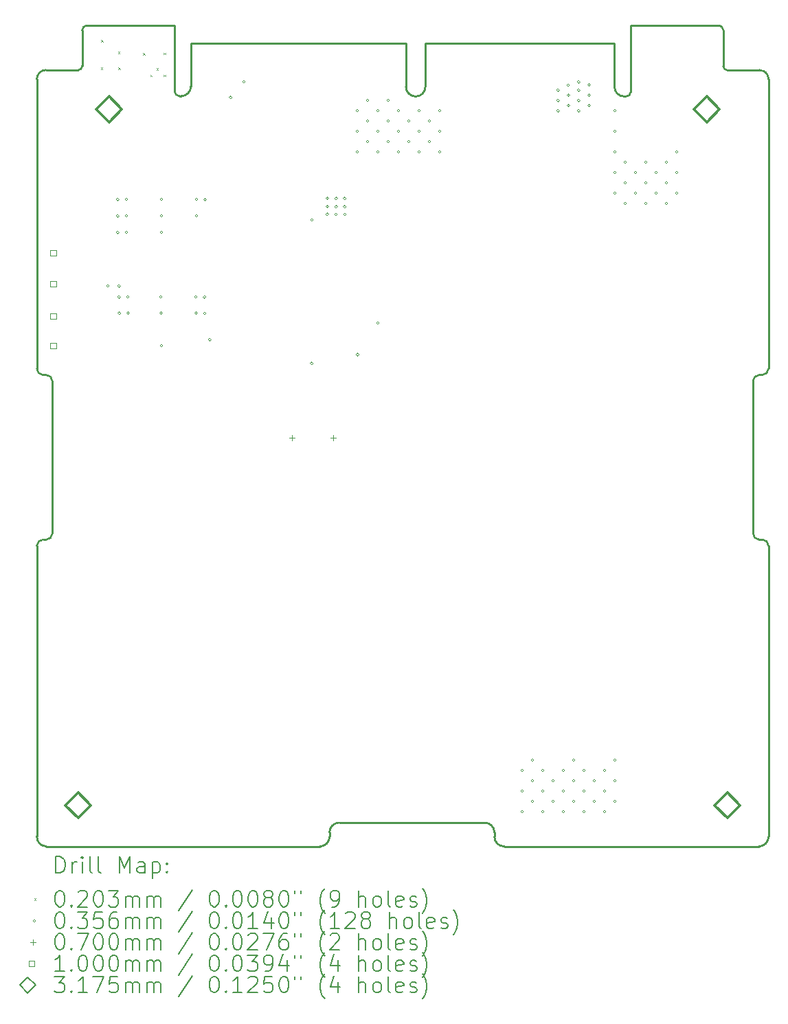
<source format=gbr>
%TF.GenerationSoftware,KiCad,Pcbnew,7.0.1*%
%TF.CreationDate,2023-06-20T19:29:45-04:00*%
%TF.ProjectId,batteryboard,62617474-6572-4796-926f-6172642e6b69,rev?*%
%TF.SameCoordinates,Original*%
%TF.FileFunction,Drillmap*%
%TF.FilePolarity,Positive*%
%FSLAX45Y45*%
G04 Gerber Fmt 4.5, Leading zero omitted, Abs format (unit mm)*
G04 Created by KiCad (PCBNEW 7.0.1) date 2023-06-20 19:29:45*
%MOMM*%
%LPD*%
G01*
G04 APERTURE LIST*
%ADD10C,0.254000*%
%ADD11C,0.200000*%
%ADD12C,0.020320*%
%ADD13C,0.035560*%
%ADD14C,0.070000*%
%ADD15C,0.100000*%
%ADD16C,0.317500*%
G04 APERTURE END LIST*
D10*
X10962640Y-14277340D02*
X10962640Y-14224000D01*
X10962640Y-14277340D02*
G75*
G03*
X11082020Y-14396720I119380J0D01*
G01*
X6474221Y-4284136D02*
X6944215Y-4284136D01*
X14150340Y-10541000D02*
X14150340Y-8663940D01*
X9872219Y-5037935D02*
G75*
G03*
X10112221Y-5037937I120001J-5D01*
G01*
X12442224Y-5037937D02*
G75*
G03*
X12562222Y-5157936I119996J-3D01*
G01*
X7102223Y-5152932D02*
G75*
G03*
X7222222Y-5032934I-3J120002D01*
G01*
X14340840Y-4942758D02*
G75*
G03*
X14230552Y-4832470I-110290J-3D01*
G01*
X12642221Y-5100436D02*
X12642221Y-4490436D01*
X10112221Y-5037935D02*
X10112221Y-4500436D01*
X9872223Y-5037935D02*
X9872223Y-4500436D01*
X10112222Y-4500435D02*
X12442222Y-4500435D01*
X7022224Y-5095433D02*
X7022224Y-4485433D01*
X12442223Y-5037935D02*
X12442223Y-4500436D01*
X5433885Y-4832470D02*
G75*
G03*
X5323840Y-4942514I-5J-110040D01*
G01*
X12562222Y-5157936D02*
X12584721Y-5157936D01*
X5833885Y-4832470D02*
G75*
G03*
X5882200Y-4784154I-5J48320D01*
G01*
X7222222Y-5032932D02*
X7222222Y-4500435D01*
X14150340Y-10541000D02*
G75*
G03*
X14226540Y-10617200I76200J0D01*
G01*
X7079724Y-5152933D02*
X7102223Y-5152933D01*
X7222222Y-4500435D02*
X9872222Y-4500435D01*
X12704006Y-4282268D02*
X12774679Y-4282268D01*
X12584721Y-5157941D02*
G75*
G03*
X12642221Y-5100436I-1J57501D01*
G01*
X5323840Y-8511540D02*
G75*
G03*
X5400040Y-8587740I76200J0D01*
G01*
X5939720Y-4284139D02*
G75*
G03*
X5882219Y-4341637I0J-57501D01*
G01*
X14264640Y-8587740D02*
G75*
G03*
X14340840Y-8511540I0J76200D01*
G01*
X13782218Y-4784136D02*
X13782218Y-4339137D01*
X5438140Y-10617200D02*
G75*
G03*
X5514340Y-10541000I0J76200D01*
G01*
X9050020Y-14104620D02*
G75*
G03*
X8930640Y-14224000I0J-119380D01*
G01*
X5323840Y-8511540D02*
X5323840Y-4942514D01*
X14340840Y-10693400D02*
G75*
G03*
X14264640Y-10617200I-76200J0D01*
G01*
X5514340Y-8663940D02*
G75*
G03*
X5438140Y-8587740I-76200J0D01*
G01*
X13782220Y-4784136D02*
G75*
G03*
X13830553Y-4832470I48330J-5D01*
G01*
X13782222Y-4339137D02*
G75*
G03*
X13725349Y-4282268I-56872J-3D01*
G01*
X8930640Y-14277340D02*
X8930640Y-14224000D01*
X5433885Y-4832470D02*
X5833885Y-4832470D01*
X7022217Y-5095433D02*
G75*
G03*
X7079724Y-5152933I57503J3D01*
G01*
X14340840Y-8511540D02*
X14340840Y-4942758D01*
X5400040Y-10617200D02*
G75*
G03*
X5323840Y-10693400I0J-76200D01*
G01*
X13830553Y-4832470D02*
X14230552Y-4832470D01*
X5882200Y-4784154D02*
X5882219Y-4341637D01*
X14226540Y-10617200D02*
X14264640Y-10617200D01*
X14221460Y-14396720D02*
G75*
G03*
X14340840Y-14277340I0J119380D01*
G01*
X10962640Y-14224000D02*
G75*
G03*
X10843260Y-14104620I-119380J0D01*
G01*
X8811260Y-14396720D02*
G75*
G03*
X8930640Y-14277340I0J119380D01*
G01*
X14226540Y-8587740D02*
X14264640Y-8587740D01*
X9050020Y-14104620D02*
X10843260Y-14104620D01*
X7022220Y-4485435D02*
X7022220Y-4284137D01*
X12642218Y-4490438D02*
X12642218Y-4282268D01*
X12642218Y-4282268D02*
X12704007Y-4282268D01*
X14226540Y-8587740D02*
G75*
G03*
X14150340Y-8663940I0J-76200D01*
G01*
X5939720Y-4284136D02*
X6474221Y-4284136D01*
X12774679Y-4282268D02*
X13725349Y-4282268D01*
X5323839Y-14269720D02*
X5323840Y-10693400D01*
X6944215Y-4284137D02*
X7022220Y-4284137D01*
X5323840Y-14269720D02*
G75*
G03*
X5435600Y-14396720I119380J-7620D01*
G01*
X11082020Y-14396720D02*
X14221460Y-14396720D01*
X14340840Y-14277340D02*
X14340840Y-10693400D01*
X5400040Y-10617200D02*
X5438140Y-10617200D01*
X5435600Y-14396719D02*
X8811260Y-14396720D01*
X5514340Y-10541000D02*
X5514340Y-8663940D01*
X5400040Y-8587740D02*
X5438140Y-8587740D01*
D11*
D12*
X6111240Y-4803140D02*
X6131560Y-4823460D01*
X6131560Y-4803140D02*
X6111240Y-4823460D01*
X6117852Y-4464432D02*
X6138172Y-4484752D01*
X6138172Y-4464432D02*
X6117852Y-4484752D01*
X6323130Y-4607760D02*
X6343450Y-4628080D01*
X6343450Y-4607760D02*
X6323130Y-4628080D01*
X6327140Y-4803140D02*
X6347460Y-4823460D01*
X6347460Y-4803140D02*
X6327140Y-4823460D01*
X6634530Y-4625340D02*
X6654850Y-4645660D01*
X6654850Y-4625340D02*
X6634530Y-4645660D01*
X6720840Y-4892040D02*
X6741160Y-4912360D01*
X6741160Y-4892040D02*
X6720840Y-4912360D01*
X6797040Y-4810960D02*
X6817360Y-4831280D01*
X6817360Y-4810960D02*
X6797040Y-4831280D01*
X6885940Y-4621330D02*
X6906260Y-4641650D01*
X6906260Y-4621330D02*
X6885940Y-4641650D01*
X6885940Y-4892040D02*
X6906260Y-4912360D01*
X6906260Y-4892040D02*
X6885940Y-4912360D01*
D13*
X6215380Y-7493000D02*
G75*
G03*
X6215380Y-7493000I-17780J0D01*
G01*
X6336980Y-6426200D02*
G75*
G03*
X6336980Y-6426200I-17780J0D01*
G01*
X6336980Y-6629400D02*
G75*
G03*
X6336980Y-6629400I-17780J0D01*
G01*
X6336980Y-6832600D02*
G75*
G03*
X6336980Y-6832600I-17780J0D01*
G01*
X6355080Y-7493000D02*
G75*
G03*
X6355080Y-7493000I-17780J0D01*
G01*
X6355080Y-7627300D02*
G75*
G03*
X6355080Y-7627300I-17780J0D01*
G01*
X6358280Y-7827300D02*
G75*
G03*
X6358280Y-7827300I-17780J0D01*
G01*
X6443980Y-6426200D02*
G75*
G03*
X6443980Y-6426200I-17780J0D01*
G01*
X6443980Y-6629400D02*
G75*
G03*
X6443980Y-6629400I-17780J0D01*
G01*
X6443980Y-6832600D02*
G75*
G03*
X6443980Y-6832600I-17780J0D01*
G01*
X6462080Y-7627300D02*
G75*
G03*
X6462080Y-7627300I-17780J0D01*
G01*
X6465280Y-7827300D02*
G75*
G03*
X6465280Y-7827300I-17780J0D01*
G01*
X6868480Y-7627300D02*
G75*
G03*
X6868480Y-7627300I-17780J0D01*
G01*
X6871680Y-7827300D02*
G75*
G03*
X6871680Y-7827300I-17780J0D01*
G01*
X6875780Y-6426200D02*
G75*
G03*
X6875780Y-6426200I-17780J0D01*
G01*
X6875780Y-6629400D02*
G75*
G03*
X6875780Y-6629400I-17780J0D01*
G01*
X6875780Y-6832600D02*
G75*
G03*
X6875780Y-6832600I-17780J0D01*
G01*
X6875780Y-8229600D02*
G75*
G03*
X6875780Y-8229600I-17780J0D01*
G01*
X7300280Y-7627300D02*
G75*
G03*
X7300280Y-7627300I-17780J0D01*
G01*
X7303480Y-7827300D02*
G75*
G03*
X7303480Y-7827300I-17780J0D01*
G01*
X7307580Y-6426200D02*
G75*
G03*
X7307580Y-6426200I-17780J0D01*
G01*
X7307580Y-6629400D02*
G75*
G03*
X7307580Y-6629400I-17780J0D01*
G01*
X7407280Y-7627300D02*
G75*
G03*
X7407280Y-7627300I-17780J0D01*
G01*
X7410480Y-7827300D02*
G75*
G03*
X7410480Y-7827300I-17780J0D01*
G01*
X7414580Y-6426200D02*
G75*
G03*
X7414580Y-6426200I-17780J0D01*
G01*
X7472680Y-8152420D02*
G75*
G03*
X7472680Y-8152420I-17780J0D01*
G01*
X7730002Y-5168900D02*
G75*
G03*
X7730002Y-5168900I-17780J0D01*
G01*
X7891780Y-4978400D02*
G75*
G03*
X7891780Y-4978400I-17780J0D01*
G01*
X8729980Y-6680200D02*
G75*
G03*
X8729980Y-6680200I-17780J0D01*
G01*
X8729980Y-8445500D02*
G75*
G03*
X8729980Y-8445500I-17780J0D01*
G01*
X8920480Y-6413500D02*
G75*
G03*
X8920480Y-6413500I-17780J0D01*
G01*
X8920480Y-6515100D02*
G75*
G03*
X8920480Y-6515100I-17780J0D01*
G01*
X8920480Y-6610350D02*
G75*
G03*
X8920480Y-6610350I-17780J0D01*
G01*
X9028430Y-6413500D02*
G75*
G03*
X9028430Y-6413500I-17780J0D01*
G01*
X9028430Y-6515100D02*
G75*
G03*
X9028430Y-6515100I-17780J0D01*
G01*
X9028430Y-6610350D02*
G75*
G03*
X9028430Y-6610350I-17780J0D01*
G01*
X9136380Y-6413500D02*
G75*
G03*
X9136380Y-6413500I-17780J0D01*
G01*
X9136380Y-6515100D02*
G75*
G03*
X9136380Y-6515100I-17780J0D01*
G01*
X9136380Y-6610350D02*
G75*
G03*
X9136380Y-6610350I-17780J0D01*
G01*
X9288780Y-5334000D02*
G75*
G03*
X9288780Y-5334000I-17780J0D01*
G01*
X9288780Y-5588000D02*
G75*
G03*
X9288780Y-5588000I-17780J0D01*
G01*
X9288780Y-5842000D02*
G75*
G03*
X9288780Y-5842000I-17780J0D01*
G01*
X9294830Y-8337850D02*
G75*
G03*
X9294830Y-8337850I-17780J0D01*
G01*
X9415780Y-5207000D02*
G75*
G03*
X9415780Y-5207000I-17780J0D01*
G01*
X9415780Y-5461000D02*
G75*
G03*
X9415780Y-5461000I-17780J0D01*
G01*
X9415780Y-5715000D02*
G75*
G03*
X9415780Y-5715000I-17780J0D01*
G01*
X9542780Y-5334000D02*
G75*
G03*
X9542780Y-5334000I-17780J0D01*
G01*
X9542780Y-5588000D02*
G75*
G03*
X9542780Y-5588000I-17780J0D01*
G01*
X9542780Y-5842000D02*
G75*
G03*
X9542780Y-5842000I-17780J0D01*
G01*
X9542780Y-7950200D02*
G75*
G03*
X9542780Y-7950200I-17780J0D01*
G01*
X9669780Y-5207000D02*
G75*
G03*
X9669780Y-5207000I-17780J0D01*
G01*
X9669780Y-5461000D02*
G75*
G03*
X9669780Y-5461000I-17780J0D01*
G01*
X9669780Y-5715000D02*
G75*
G03*
X9669780Y-5715000I-17780J0D01*
G01*
X9796780Y-5334000D02*
G75*
G03*
X9796780Y-5334000I-17780J0D01*
G01*
X9796780Y-5588000D02*
G75*
G03*
X9796780Y-5588000I-17780J0D01*
G01*
X9796780Y-5842000D02*
G75*
G03*
X9796780Y-5842000I-17780J0D01*
G01*
X9923780Y-5461000D02*
G75*
G03*
X9923780Y-5461000I-17780J0D01*
G01*
X9923780Y-5715000D02*
G75*
G03*
X9923780Y-5715000I-17780J0D01*
G01*
X10050780Y-5334000D02*
G75*
G03*
X10050780Y-5334000I-17780J0D01*
G01*
X10050780Y-5588000D02*
G75*
G03*
X10050780Y-5588000I-17780J0D01*
G01*
X10050780Y-5842000D02*
G75*
G03*
X10050780Y-5842000I-17780J0D01*
G01*
X10177780Y-5461000D02*
G75*
G03*
X10177780Y-5461000I-17780J0D01*
G01*
X10177780Y-5715000D02*
G75*
G03*
X10177780Y-5715000I-17780J0D01*
G01*
X10304780Y-5334000D02*
G75*
G03*
X10304780Y-5334000I-17780J0D01*
G01*
X10304780Y-5588000D02*
G75*
G03*
X10304780Y-5588000I-17780J0D01*
G01*
X10304780Y-5842000D02*
G75*
G03*
X10304780Y-5842000I-17780J0D01*
G01*
X11320780Y-13462000D02*
G75*
G03*
X11320780Y-13462000I-17780J0D01*
G01*
X11320780Y-13716000D02*
G75*
G03*
X11320780Y-13716000I-17780J0D01*
G01*
X11320780Y-13970000D02*
G75*
G03*
X11320780Y-13970000I-17780J0D01*
G01*
X11447780Y-13335000D02*
G75*
G03*
X11447780Y-13335000I-17780J0D01*
G01*
X11447780Y-13589000D02*
G75*
G03*
X11447780Y-13589000I-17780J0D01*
G01*
X11447780Y-13843000D02*
G75*
G03*
X11447780Y-13843000I-17780J0D01*
G01*
X11574780Y-13462000D02*
G75*
G03*
X11574780Y-13462000I-17780J0D01*
G01*
X11574780Y-13716000D02*
G75*
G03*
X11574780Y-13716000I-17780J0D01*
G01*
X11574780Y-13970000D02*
G75*
G03*
X11574780Y-13970000I-17780J0D01*
G01*
X11701780Y-13589000D02*
G75*
G03*
X11701780Y-13589000I-17780J0D01*
G01*
X11701780Y-13843000D02*
G75*
G03*
X11701780Y-13843000I-17780J0D01*
G01*
X11765280Y-5080000D02*
G75*
G03*
X11765280Y-5080000I-17780J0D01*
G01*
X11765280Y-5207000D02*
G75*
G03*
X11765280Y-5207000I-17780J0D01*
G01*
X11765280Y-5334000D02*
G75*
G03*
X11765280Y-5334000I-17780J0D01*
G01*
X11828780Y-13462000D02*
G75*
G03*
X11828780Y-13462000I-17780J0D01*
G01*
X11828780Y-13716000D02*
G75*
G03*
X11828780Y-13716000I-17780J0D01*
G01*
X11828780Y-13970000D02*
G75*
G03*
X11828780Y-13970000I-17780J0D01*
G01*
X11890002Y-5018778D02*
G75*
G03*
X11890002Y-5018778I-17780J0D01*
G01*
X11892280Y-5143500D02*
G75*
G03*
X11892280Y-5143500I-17780J0D01*
G01*
X11892280Y-5270500D02*
G75*
G03*
X11892280Y-5270500I-17780J0D01*
G01*
X11955780Y-13335000D02*
G75*
G03*
X11955780Y-13335000I-17780J0D01*
G01*
X11955780Y-13589000D02*
G75*
G03*
X11955780Y-13589000I-17780J0D01*
G01*
X11955780Y-13843000D02*
G75*
G03*
X11955780Y-13843000I-17780J0D01*
G01*
X12017780Y-4980000D02*
G75*
G03*
X12017780Y-4980000I-17780J0D01*
G01*
X12019280Y-5080000D02*
G75*
G03*
X12019280Y-5080000I-17780J0D01*
G01*
X12019280Y-5207000D02*
G75*
G03*
X12019280Y-5207000I-17780J0D01*
G01*
X12019280Y-5334000D02*
G75*
G03*
X12019280Y-5334000I-17780J0D01*
G01*
X12082780Y-13462000D02*
G75*
G03*
X12082780Y-13462000I-17780J0D01*
G01*
X12082780Y-13716000D02*
G75*
G03*
X12082780Y-13716000I-17780J0D01*
G01*
X12082780Y-13970000D02*
G75*
G03*
X12082780Y-13970000I-17780J0D01*
G01*
X12146280Y-5016500D02*
G75*
G03*
X12146280Y-5016500I-17780J0D01*
G01*
X12146280Y-5143500D02*
G75*
G03*
X12146280Y-5143500I-17780J0D01*
G01*
X12146280Y-5270500D02*
G75*
G03*
X12146280Y-5270500I-17780J0D01*
G01*
X12209780Y-13589000D02*
G75*
G03*
X12209780Y-13589000I-17780J0D01*
G01*
X12209780Y-13843000D02*
G75*
G03*
X12209780Y-13843000I-17780J0D01*
G01*
X12336780Y-13462000D02*
G75*
G03*
X12336780Y-13462000I-17780J0D01*
G01*
X12336780Y-13716000D02*
G75*
G03*
X12336780Y-13716000I-17780J0D01*
G01*
X12336780Y-13970000D02*
G75*
G03*
X12336780Y-13970000I-17780J0D01*
G01*
X12463780Y-5334000D02*
G75*
G03*
X12463780Y-5334000I-17780J0D01*
G01*
X12463780Y-5588000D02*
G75*
G03*
X12463780Y-5588000I-17780J0D01*
G01*
X12463780Y-5842000D02*
G75*
G03*
X12463780Y-5842000I-17780J0D01*
G01*
X12463780Y-6096000D02*
G75*
G03*
X12463780Y-6096000I-17780J0D01*
G01*
X12463780Y-6350000D02*
G75*
G03*
X12463780Y-6350000I-17780J0D01*
G01*
X12463780Y-13335000D02*
G75*
G03*
X12463780Y-13335000I-17780J0D01*
G01*
X12463780Y-13589000D02*
G75*
G03*
X12463780Y-13589000I-17780J0D01*
G01*
X12463780Y-13843000D02*
G75*
G03*
X12463780Y-13843000I-17780J0D01*
G01*
X12590780Y-5969000D02*
G75*
G03*
X12590780Y-5969000I-17780J0D01*
G01*
X12590780Y-6223000D02*
G75*
G03*
X12590780Y-6223000I-17780J0D01*
G01*
X12590780Y-6477000D02*
G75*
G03*
X12590780Y-6477000I-17780J0D01*
G01*
X12717780Y-6096000D02*
G75*
G03*
X12717780Y-6096000I-17780J0D01*
G01*
X12717780Y-6350000D02*
G75*
G03*
X12717780Y-6350000I-17780J0D01*
G01*
X12844780Y-5969000D02*
G75*
G03*
X12844780Y-5969000I-17780J0D01*
G01*
X12844780Y-6223000D02*
G75*
G03*
X12844780Y-6223000I-17780J0D01*
G01*
X12844780Y-6477000D02*
G75*
G03*
X12844780Y-6477000I-17780J0D01*
G01*
X12971780Y-6096000D02*
G75*
G03*
X12971780Y-6096000I-17780J0D01*
G01*
X12971780Y-6350000D02*
G75*
G03*
X12971780Y-6350000I-17780J0D01*
G01*
X13098780Y-5969000D02*
G75*
G03*
X13098780Y-5969000I-17780J0D01*
G01*
X13098780Y-6223000D02*
G75*
G03*
X13098780Y-6223000I-17780J0D01*
G01*
X13098780Y-6477000D02*
G75*
G03*
X13098780Y-6477000I-17780J0D01*
G01*
X13225780Y-5842000D02*
G75*
G03*
X13225780Y-5842000I-17780J0D01*
G01*
X13225780Y-6096000D02*
G75*
G03*
X13225780Y-6096000I-17780J0D01*
G01*
X13225780Y-6350000D02*
G75*
G03*
X13225780Y-6350000I-17780J0D01*
G01*
D14*
X8465900Y-9324900D02*
X8465900Y-9394900D01*
X8430900Y-9359900D02*
X8500900Y-9359900D01*
X8973900Y-9324900D02*
X8973900Y-9394900D01*
X8938900Y-9359900D02*
X9008900Y-9359900D01*
D15*
X5559856Y-7121956D02*
X5559856Y-7051244D01*
X5489144Y-7051244D01*
X5489144Y-7121956D01*
X5559856Y-7121956D01*
X5559856Y-7502956D02*
X5559856Y-7432244D01*
X5489144Y-7432244D01*
X5489144Y-7502956D01*
X5559856Y-7502956D01*
X5559856Y-7896656D02*
X5559856Y-7825944D01*
X5489144Y-7825944D01*
X5489144Y-7896656D01*
X5559856Y-7896656D01*
X5559856Y-8264956D02*
X5559856Y-8194244D01*
X5489144Y-8194244D01*
X5489144Y-8264956D01*
X5559856Y-8264956D01*
D16*
X5831840Y-14047470D02*
X5990590Y-13888720D01*
X5831840Y-13729970D01*
X5673090Y-13888720D01*
X5831840Y-14047470D01*
X6211840Y-5474470D02*
X6370590Y-5315720D01*
X6211840Y-5156970D01*
X6053090Y-5315720D01*
X6211840Y-5474470D01*
X13577840Y-5474470D02*
X13736590Y-5315720D01*
X13577840Y-5156970D01*
X13419090Y-5315720D01*
X13577840Y-5474470D01*
X13831840Y-14047470D02*
X13990590Y-13888720D01*
X13831840Y-13729970D01*
X13673090Y-13888720D01*
X13831840Y-14047470D01*
D11*
X5558516Y-14721944D02*
X5558516Y-14521944D01*
X5558516Y-14521944D02*
X5606135Y-14521944D01*
X5606135Y-14521944D02*
X5634707Y-14531467D01*
X5634707Y-14531467D02*
X5653754Y-14550515D01*
X5653754Y-14550515D02*
X5663278Y-14569563D01*
X5663278Y-14569563D02*
X5672802Y-14607658D01*
X5672802Y-14607658D02*
X5672802Y-14636229D01*
X5672802Y-14636229D02*
X5663278Y-14674324D01*
X5663278Y-14674324D02*
X5653754Y-14693372D01*
X5653754Y-14693372D02*
X5634707Y-14712420D01*
X5634707Y-14712420D02*
X5606135Y-14721944D01*
X5606135Y-14721944D02*
X5558516Y-14721944D01*
X5758516Y-14721944D02*
X5758516Y-14588610D01*
X5758516Y-14626705D02*
X5768040Y-14607658D01*
X5768040Y-14607658D02*
X5777564Y-14598134D01*
X5777564Y-14598134D02*
X5796611Y-14588610D01*
X5796611Y-14588610D02*
X5815659Y-14588610D01*
X5882326Y-14721944D02*
X5882326Y-14588610D01*
X5882326Y-14521944D02*
X5872802Y-14531467D01*
X5872802Y-14531467D02*
X5882326Y-14540991D01*
X5882326Y-14540991D02*
X5891850Y-14531467D01*
X5891850Y-14531467D02*
X5882326Y-14521944D01*
X5882326Y-14521944D02*
X5882326Y-14540991D01*
X6006135Y-14721944D02*
X5987088Y-14712420D01*
X5987088Y-14712420D02*
X5977564Y-14693372D01*
X5977564Y-14693372D02*
X5977564Y-14521944D01*
X6110897Y-14721944D02*
X6091850Y-14712420D01*
X6091850Y-14712420D02*
X6082326Y-14693372D01*
X6082326Y-14693372D02*
X6082326Y-14521944D01*
X6339469Y-14721944D02*
X6339469Y-14521944D01*
X6339469Y-14521944D02*
X6406135Y-14664801D01*
X6406135Y-14664801D02*
X6472802Y-14521944D01*
X6472802Y-14521944D02*
X6472802Y-14721944D01*
X6653754Y-14721944D02*
X6653754Y-14617182D01*
X6653754Y-14617182D02*
X6644231Y-14598134D01*
X6644231Y-14598134D02*
X6625183Y-14588610D01*
X6625183Y-14588610D02*
X6587088Y-14588610D01*
X6587088Y-14588610D02*
X6568040Y-14598134D01*
X6653754Y-14712420D02*
X6634707Y-14721944D01*
X6634707Y-14721944D02*
X6587088Y-14721944D01*
X6587088Y-14721944D02*
X6568040Y-14712420D01*
X6568040Y-14712420D02*
X6558516Y-14693372D01*
X6558516Y-14693372D02*
X6558516Y-14674324D01*
X6558516Y-14674324D02*
X6568040Y-14655277D01*
X6568040Y-14655277D02*
X6587088Y-14645753D01*
X6587088Y-14645753D02*
X6634707Y-14645753D01*
X6634707Y-14645753D02*
X6653754Y-14636229D01*
X6748992Y-14588610D02*
X6748992Y-14788610D01*
X6748992Y-14598134D02*
X6768040Y-14588610D01*
X6768040Y-14588610D02*
X6806135Y-14588610D01*
X6806135Y-14588610D02*
X6825183Y-14598134D01*
X6825183Y-14598134D02*
X6834707Y-14607658D01*
X6834707Y-14607658D02*
X6844231Y-14626705D01*
X6844231Y-14626705D02*
X6844231Y-14683848D01*
X6844231Y-14683848D02*
X6834707Y-14702896D01*
X6834707Y-14702896D02*
X6825183Y-14712420D01*
X6825183Y-14712420D02*
X6806135Y-14721944D01*
X6806135Y-14721944D02*
X6768040Y-14721944D01*
X6768040Y-14721944D02*
X6748992Y-14712420D01*
X6929945Y-14702896D02*
X6939469Y-14712420D01*
X6939469Y-14712420D02*
X6929945Y-14721944D01*
X6929945Y-14721944D02*
X6920421Y-14712420D01*
X6920421Y-14712420D02*
X6929945Y-14702896D01*
X6929945Y-14702896D02*
X6929945Y-14721944D01*
X6929945Y-14598134D02*
X6939469Y-14607658D01*
X6939469Y-14607658D02*
X6929945Y-14617182D01*
X6929945Y-14617182D02*
X6920421Y-14607658D01*
X6920421Y-14607658D02*
X6929945Y-14598134D01*
X6929945Y-14598134D02*
X6929945Y-14617182D01*
D12*
X5290577Y-15039260D02*
X5310897Y-15059580D01*
X5310897Y-15039260D02*
X5290577Y-15059580D01*
D11*
X5596611Y-14941944D02*
X5615659Y-14941944D01*
X5615659Y-14941944D02*
X5634707Y-14951467D01*
X5634707Y-14951467D02*
X5644231Y-14960991D01*
X5644231Y-14960991D02*
X5653754Y-14980039D01*
X5653754Y-14980039D02*
X5663278Y-15018134D01*
X5663278Y-15018134D02*
X5663278Y-15065753D01*
X5663278Y-15065753D02*
X5653754Y-15103848D01*
X5653754Y-15103848D02*
X5644231Y-15122896D01*
X5644231Y-15122896D02*
X5634707Y-15132420D01*
X5634707Y-15132420D02*
X5615659Y-15141944D01*
X5615659Y-15141944D02*
X5596611Y-15141944D01*
X5596611Y-15141944D02*
X5577564Y-15132420D01*
X5577564Y-15132420D02*
X5568040Y-15122896D01*
X5568040Y-15122896D02*
X5558516Y-15103848D01*
X5558516Y-15103848D02*
X5548993Y-15065753D01*
X5548993Y-15065753D02*
X5548993Y-15018134D01*
X5548993Y-15018134D02*
X5558516Y-14980039D01*
X5558516Y-14980039D02*
X5568040Y-14960991D01*
X5568040Y-14960991D02*
X5577564Y-14951467D01*
X5577564Y-14951467D02*
X5596611Y-14941944D01*
X5748992Y-15122896D02*
X5758516Y-15132420D01*
X5758516Y-15132420D02*
X5748992Y-15141944D01*
X5748992Y-15141944D02*
X5739469Y-15132420D01*
X5739469Y-15132420D02*
X5748992Y-15122896D01*
X5748992Y-15122896D02*
X5748992Y-15141944D01*
X5834707Y-14960991D02*
X5844231Y-14951467D01*
X5844231Y-14951467D02*
X5863278Y-14941944D01*
X5863278Y-14941944D02*
X5910897Y-14941944D01*
X5910897Y-14941944D02*
X5929945Y-14951467D01*
X5929945Y-14951467D02*
X5939469Y-14960991D01*
X5939469Y-14960991D02*
X5948992Y-14980039D01*
X5948992Y-14980039D02*
X5948992Y-14999086D01*
X5948992Y-14999086D02*
X5939469Y-15027658D01*
X5939469Y-15027658D02*
X5825183Y-15141944D01*
X5825183Y-15141944D02*
X5948992Y-15141944D01*
X6072802Y-14941944D02*
X6091850Y-14941944D01*
X6091850Y-14941944D02*
X6110897Y-14951467D01*
X6110897Y-14951467D02*
X6120421Y-14960991D01*
X6120421Y-14960991D02*
X6129945Y-14980039D01*
X6129945Y-14980039D02*
X6139469Y-15018134D01*
X6139469Y-15018134D02*
X6139469Y-15065753D01*
X6139469Y-15065753D02*
X6129945Y-15103848D01*
X6129945Y-15103848D02*
X6120421Y-15122896D01*
X6120421Y-15122896D02*
X6110897Y-15132420D01*
X6110897Y-15132420D02*
X6091850Y-15141944D01*
X6091850Y-15141944D02*
X6072802Y-15141944D01*
X6072802Y-15141944D02*
X6053754Y-15132420D01*
X6053754Y-15132420D02*
X6044231Y-15122896D01*
X6044231Y-15122896D02*
X6034707Y-15103848D01*
X6034707Y-15103848D02*
X6025183Y-15065753D01*
X6025183Y-15065753D02*
X6025183Y-15018134D01*
X6025183Y-15018134D02*
X6034707Y-14980039D01*
X6034707Y-14980039D02*
X6044231Y-14960991D01*
X6044231Y-14960991D02*
X6053754Y-14951467D01*
X6053754Y-14951467D02*
X6072802Y-14941944D01*
X6206135Y-14941944D02*
X6329945Y-14941944D01*
X6329945Y-14941944D02*
X6263278Y-15018134D01*
X6263278Y-15018134D02*
X6291850Y-15018134D01*
X6291850Y-15018134D02*
X6310897Y-15027658D01*
X6310897Y-15027658D02*
X6320421Y-15037182D01*
X6320421Y-15037182D02*
X6329945Y-15056229D01*
X6329945Y-15056229D02*
X6329945Y-15103848D01*
X6329945Y-15103848D02*
X6320421Y-15122896D01*
X6320421Y-15122896D02*
X6310897Y-15132420D01*
X6310897Y-15132420D02*
X6291850Y-15141944D01*
X6291850Y-15141944D02*
X6234707Y-15141944D01*
X6234707Y-15141944D02*
X6215659Y-15132420D01*
X6215659Y-15132420D02*
X6206135Y-15122896D01*
X6415659Y-15141944D02*
X6415659Y-15008610D01*
X6415659Y-15027658D02*
X6425183Y-15018134D01*
X6425183Y-15018134D02*
X6444231Y-15008610D01*
X6444231Y-15008610D02*
X6472802Y-15008610D01*
X6472802Y-15008610D02*
X6491850Y-15018134D01*
X6491850Y-15018134D02*
X6501373Y-15037182D01*
X6501373Y-15037182D02*
X6501373Y-15141944D01*
X6501373Y-15037182D02*
X6510897Y-15018134D01*
X6510897Y-15018134D02*
X6529945Y-15008610D01*
X6529945Y-15008610D02*
X6558516Y-15008610D01*
X6558516Y-15008610D02*
X6577564Y-15018134D01*
X6577564Y-15018134D02*
X6587088Y-15037182D01*
X6587088Y-15037182D02*
X6587088Y-15141944D01*
X6682326Y-15141944D02*
X6682326Y-15008610D01*
X6682326Y-15027658D02*
X6691850Y-15018134D01*
X6691850Y-15018134D02*
X6710897Y-15008610D01*
X6710897Y-15008610D02*
X6739469Y-15008610D01*
X6739469Y-15008610D02*
X6758516Y-15018134D01*
X6758516Y-15018134D02*
X6768040Y-15037182D01*
X6768040Y-15037182D02*
X6768040Y-15141944D01*
X6768040Y-15037182D02*
X6777564Y-15018134D01*
X6777564Y-15018134D02*
X6796612Y-15008610D01*
X6796612Y-15008610D02*
X6825183Y-15008610D01*
X6825183Y-15008610D02*
X6844231Y-15018134D01*
X6844231Y-15018134D02*
X6853754Y-15037182D01*
X6853754Y-15037182D02*
X6853754Y-15141944D01*
X7244231Y-14932420D02*
X7072802Y-15189563D01*
X7501374Y-14941944D02*
X7520421Y-14941944D01*
X7520421Y-14941944D02*
X7539469Y-14951467D01*
X7539469Y-14951467D02*
X7548993Y-14960991D01*
X7548993Y-14960991D02*
X7558516Y-14980039D01*
X7558516Y-14980039D02*
X7568040Y-15018134D01*
X7568040Y-15018134D02*
X7568040Y-15065753D01*
X7568040Y-15065753D02*
X7558516Y-15103848D01*
X7558516Y-15103848D02*
X7548993Y-15122896D01*
X7548993Y-15122896D02*
X7539469Y-15132420D01*
X7539469Y-15132420D02*
X7520421Y-15141944D01*
X7520421Y-15141944D02*
X7501374Y-15141944D01*
X7501374Y-15141944D02*
X7482326Y-15132420D01*
X7482326Y-15132420D02*
X7472802Y-15122896D01*
X7472802Y-15122896D02*
X7463278Y-15103848D01*
X7463278Y-15103848D02*
X7453755Y-15065753D01*
X7453755Y-15065753D02*
X7453755Y-15018134D01*
X7453755Y-15018134D02*
X7463278Y-14980039D01*
X7463278Y-14980039D02*
X7472802Y-14960991D01*
X7472802Y-14960991D02*
X7482326Y-14951467D01*
X7482326Y-14951467D02*
X7501374Y-14941944D01*
X7653755Y-15122896D02*
X7663278Y-15132420D01*
X7663278Y-15132420D02*
X7653755Y-15141944D01*
X7653755Y-15141944D02*
X7644231Y-15132420D01*
X7644231Y-15132420D02*
X7653755Y-15122896D01*
X7653755Y-15122896D02*
X7653755Y-15141944D01*
X7787088Y-14941944D02*
X7806136Y-14941944D01*
X7806136Y-14941944D02*
X7825183Y-14951467D01*
X7825183Y-14951467D02*
X7834707Y-14960991D01*
X7834707Y-14960991D02*
X7844231Y-14980039D01*
X7844231Y-14980039D02*
X7853755Y-15018134D01*
X7853755Y-15018134D02*
X7853755Y-15065753D01*
X7853755Y-15065753D02*
X7844231Y-15103848D01*
X7844231Y-15103848D02*
X7834707Y-15122896D01*
X7834707Y-15122896D02*
X7825183Y-15132420D01*
X7825183Y-15132420D02*
X7806136Y-15141944D01*
X7806136Y-15141944D02*
X7787088Y-15141944D01*
X7787088Y-15141944D02*
X7768040Y-15132420D01*
X7768040Y-15132420D02*
X7758516Y-15122896D01*
X7758516Y-15122896D02*
X7748993Y-15103848D01*
X7748993Y-15103848D02*
X7739469Y-15065753D01*
X7739469Y-15065753D02*
X7739469Y-15018134D01*
X7739469Y-15018134D02*
X7748993Y-14980039D01*
X7748993Y-14980039D02*
X7758516Y-14960991D01*
X7758516Y-14960991D02*
X7768040Y-14951467D01*
X7768040Y-14951467D02*
X7787088Y-14941944D01*
X7977564Y-14941944D02*
X7996612Y-14941944D01*
X7996612Y-14941944D02*
X8015659Y-14951467D01*
X8015659Y-14951467D02*
X8025183Y-14960991D01*
X8025183Y-14960991D02*
X8034707Y-14980039D01*
X8034707Y-14980039D02*
X8044231Y-15018134D01*
X8044231Y-15018134D02*
X8044231Y-15065753D01*
X8044231Y-15065753D02*
X8034707Y-15103848D01*
X8034707Y-15103848D02*
X8025183Y-15122896D01*
X8025183Y-15122896D02*
X8015659Y-15132420D01*
X8015659Y-15132420D02*
X7996612Y-15141944D01*
X7996612Y-15141944D02*
X7977564Y-15141944D01*
X7977564Y-15141944D02*
X7958516Y-15132420D01*
X7958516Y-15132420D02*
X7948993Y-15122896D01*
X7948993Y-15122896D02*
X7939469Y-15103848D01*
X7939469Y-15103848D02*
X7929945Y-15065753D01*
X7929945Y-15065753D02*
X7929945Y-15018134D01*
X7929945Y-15018134D02*
X7939469Y-14980039D01*
X7939469Y-14980039D02*
X7948993Y-14960991D01*
X7948993Y-14960991D02*
X7958516Y-14951467D01*
X7958516Y-14951467D02*
X7977564Y-14941944D01*
X8158516Y-15027658D02*
X8139469Y-15018134D01*
X8139469Y-15018134D02*
X8129945Y-15008610D01*
X8129945Y-15008610D02*
X8120421Y-14989563D01*
X8120421Y-14989563D02*
X8120421Y-14980039D01*
X8120421Y-14980039D02*
X8129945Y-14960991D01*
X8129945Y-14960991D02*
X8139469Y-14951467D01*
X8139469Y-14951467D02*
X8158516Y-14941944D01*
X8158516Y-14941944D02*
X8196612Y-14941944D01*
X8196612Y-14941944D02*
X8215659Y-14951467D01*
X8215659Y-14951467D02*
X8225183Y-14960991D01*
X8225183Y-14960991D02*
X8234707Y-14980039D01*
X8234707Y-14980039D02*
X8234707Y-14989563D01*
X8234707Y-14989563D02*
X8225183Y-15008610D01*
X8225183Y-15008610D02*
X8215659Y-15018134D01*
X8215659Y-15018134D02*
X8196612Y-15027658D01*
X8196612Y-15027658D02*
X8158516Y-15027658D01*
X8158516Y-15027658D02*
X8139469Y-15037182D01*
X8139469Y-15037182D02*
X8129945Y-15046705D01*
X8129945Y-15046705D02*
X8120421Y-15065753D01*
X8120421Y-15065753D02*
X8120421Y-15103848D01*
X8120421Y-15103848D02*
X8129945Y-15122896D01*
X8129945Y-15122896D02*
X8139469Y-15132420D01*
X8139469Y-15132420D02*
X8158516Y-15141944D01*
X8158516Y-15141944D02*
X8196612Y-15141944D01*
X8196612Y-15141944D02*
X8215659Y-15132420D01*
X8215659Y-15132420D02*
X8225183Y-15122896D01*
X8225183Y-15122896D02*
X8234707Y-15103848D01*
X8234707Y-15103848D02*
X8234707Y-15065753D01*
X8234707Y-15065753D02*
X8225183Y-15046705D01*
X8225183Y-15046705D02*
X8215659Y-15037182D01*
X8215659Y-15037182D02*
X8196612Y-15027658D01*
X8358516Y-14941944D02*
X8377564Y-14941944D01*
X8377564Y-14941944D02*
X8396612Y-14951467D01*
X8396612Y-14951467D02*
X8406136Y-14960991D01*
X8406136Y-14960991D02*
X8415659Y-14980039D01*
X8415659Y-14980039D02*
X8425183Y-15018134D01*
X8425183Y-15018134D02*
X8425183Y-15065753D01*
X8425183Y-15065753D02*
X8415659Y-15103848D01*
X8415659Y-15103848D02*
X8406136Y-15122896D01*
X8406136Y-15122896D02*
X8396612Y-15132420D01*
X8396612Y-15132420D02*
X8377564Y-15141944D01*
X8377564Y-15141944D02*
X8358516Y-15141944D01*
X8358516Y-15141944D02*
X8339469Y-15132420D01*
X8339469Y-15132420D02*
X8329945Y-15122896D01*
X8329945Y-15122896D02*
X8320421Y-15103848D01*
X8320421Y-15103848D02*
X8310897Y-15065753D01*
X8310897Y-15065753D02*
X8310897Y-15018134D01*
X8310897Y-15018134D02*
X8320421Y-14980039D01*
X8320421Y-14980039D02*
X8329945Y-14960991D01*
X8329945Y-14960991D02*
X8339469Y-14951467D01*
X8339469Y-14951467D02*
X8358516Y-14941944D01*
X8501374Y-14941944D02*
X8501374Y-14980039D01*
X8577564Y-14941944D02*
X8577564Y-14980039D01*
X8872802Y-15218134D02*
X8863279Y-15208610D01*
X8863279Y-15208610D02*
X8844231Y-15180039D01*
X8844231Y-15180039D02*
X8834707Y-15160991D01*
X8834707Y-15160991D02*
X8825183Y-15132420D01*
X8825183Y-15132420D02*
X8815660Y-15084801D01*
X8815660Y-15084801D02*
X8815660Y-15046705D01*
X8815660Y-15046705D02*
X8825183Y-14999086D01*
X8825183Y-14999086D02*
X8834707Y-14970515D01*
X8834707Y-14970515D02*
X8844231Y-14951467D01*
X8844231Y-14951467D02*
X8863279Y-14922896D01*
X8863279Y-14922896D02*
X8872802Y-14913372D01*
X8958517Y-15141944D02*
X8996612Y-15141944D01*
X8996612Y-15141944D02*
X9015660Y-15132420D01*
X9015660Y-15132420D02*
X9025183Y-15122896D01*
X9025183Y-15122896D02*
X9044231Y-15094324D01*
X9044231Y-15094324D02*
X9053755Y-15056229D01*
X9053755Y-15056229D02*
X9053755Y-14980039D01*
X9053755Y-14980039D02*
X9044231Y-14960991D01*
X9044231Y-14960991D02*
X9034707Y-14951467D01*
X9034707Y-14951467D02*
X9015660Y-14941944D01*
X9015660Y-14941944D02*
X8977564Y-14941944D01*
X8977564Y-14941944D02*
X8958517Y-14951467D01*
X8958517Y-14951467D02*
X8948993Y-14960991D01*
X8948993Y-14960991D02*
X8939469Y-14980039D01*
X8939469Y-14980039D02*
X8939469Y-15027658D01*
X8939469Y-15027658D02*
X8948993Y-15046705D01*
X8948993Y-15046705D02*
X8958517Y-15056229D01*
X8958517Y-15056229D02*
X8977564Y-15065753D01*
X8977564Y-15065753D02*
X9015660Y-15065753D01*
X9015660Y-15065753D02*
X9034707Y-15056229D01*
X9034707Y-15056229D02*
X9044231Y-15046705D01*
X9044231Y-15046705D02*
X9053755Y-15027658D01*
X9291850Y-15141944D02*
X9291850Y-14941944D01*
X9377564Y-15141944D02*
X9377564Y-15037182D01*
X9377564Y-15037182D02*
X9368041Y-15018134D01*
X9368041Y-15018134D02*
X9348993Y-15008610D01*
X9348993Y-15008610D02*
X9320421Y-15008610D01*
X9320421Y-15008610D02*
X9301374Y-15018134D01*
X9301374Y-15018134D02*
X9291850Y-15027658D01*
X9501374Y-15141944D02*
X9482326Y-15132420D01*
X9482326Y-15132420D02*
X9472802Y-15122896D01*
X9472802Y-15122896D02*
X9463279Y-15103848D01*
X9463279Y-15103848D02*
X9463279Y-15046705D01*
X9463279Y-15046705D02*
X9472802Y-15027658D01*
X9472802Y-15027658D02*
X9482326Y-15018134D01*
X9482326Y-15018134D02*
X9501374Y-15008610D01*
X9501374Y-15008610D02*
X9529945Y-15008610D01*
X9529945Y-15008610D02*
X9548993Y-15018134D01*
X9548993Y-15018134D02*
X9558517Y-15027658D01*
X9558517Y-15027658D02*
X9568041Y-15046705D01*
X9568041Y-15046705D02*
X9568041Y-15103848D01*
X9568041Y-15103848D02*
X9558517Y-15122896D01*
X9558517Y-15122896D02*
X9548993Y-15132420D01*
X9548993Y-15132420D02*
X9529945Y-15141944D01*
X9529945Y-15141944D02*
X9501374Y-15141944D01*
X9682326Y-15141944D02*
X9663279Y-15132420D01*
X9663279Y-15132420D02*
X9653755Y-15113372D01*
X9653755Y-15113372D02*
X9653755Y-14941944D01*
X9834707Y-15132420D02*
X9815660Y-15141944D01*
X9815660Y-15141944D02*
X9777564Y-15141944D01*
X9777564Y-15141944D02*
X9758517Y-15132420D01*
X9758517Y-15132420D02*
X9748993Y-15113372D01*
X9748993Y-15113372D02*
X9748993Y-15037182D01*
X9748993Y-15037182D02*
X9758517Y-15018134D01*
X9758517Y-15018134D02*
X9777564Y-15008610D01*
X9777564Y-15008610D02*
X9815660Y-15008610D01*
X9815660Y-15008610D02*
X9834707Y-15018134D01*
X9834707Y-15018134D02*
X9844231Y-15037182D01*
X9844231Y-15037182D02*
X9844231Y-15056229D01*
X9844231Y-15056229D02*
X9748993Y-15075277D01*
X9920422Y-15132420D02*
X9939469Y-15141944D01*
X9939469Y-15141944D02*
X9977564Y-15141944D01*
X9977564Y-15141944D02*
X9996612Y-15132420D01*
X9996612Y-15132420D02*
X10006136Y-15113372D01*
X10006136Y-15113372D02*
X10006136Y-15103848D01*
X10006136Y-15103848D02*
X9996612Y-15084801D01*
X9996612Y-15084801D02*
X9977564Y-15075277D01*
X9977564Y-15075277D02*
X9948993Y-15075277D01*
X9948993Y-15075277D02*
X9929945Y-15065753D01*
X9929945Y-15065753D02*
X9920422Y-15046705D01*
X9920422Y-15046705D02*
X9920422Y-15037182D01*
X9920422Y-15037182D02*
X9929945Y-15018134D01*
X9929945Y-15018134D02*
X9948993Y-15008610D01*
X9948993Y-15008610D02*
X9977564Y-15008610D01*
X9977564Y-15008610D02*
X9996612Y-15018134D01*
X10072803Y-15218134D02*
X10082326Y-15208610D01*
X10082326Y-15208610D02*
X10101374Y-15180039D01*
X10101374Y-15180039D02*
X10110898Y-15160991D01*
X10110898Y-15160991D02*
X10120422Y-15132420D01*
X10120422Y-15132420D02*
X10129945Y-15084801D01*
X10129945Y-15084801D02*
X10129945Y-15046705D01*
X10129945Y-15046705D02*
X10120422Y-14999086D01*
X10120422Y-14999086D02*
X10110898Y-14970515D01*
X10110898Y-14970515D02*
X10101374Y-14951467D01*
X10101374Y-14951467D02*
X10082326Y-14922896D01*
X10082326Y-14922896D02*
X10072803Y-14913372D01*
D13*
X5310897Y-15313420D02*
G75*
G03*
X5310897Y-15313420I-17780J0D01*
G01*
D11*
X5596611Y-15205944D02*
X5615659Y-15205944D01*
X5615659Y-15205944D02*
X5634707Y-15215467D01*
X5634707Y-15215467D02*
X5644231Y-15224991D01*
X5644231Y-15224991D02*
X5653754Y-15244039D01*
X5653754Y-15244039D02*
X5663278Y-15282134D01*
X5663278Y-15282134D02*
X5663278Y-15329753D01*
X5663278Y-15329753D02*
X5653754Y-15367848D01*
X5653754Y-15367848D02*
X5644231Y-15386896D01*
X5644231Y-15386896D02*
X5634707Y-15396420D01*
X5634707Y-15396420D02*
X5615659Y-15405944D01*
X5615659Y-15405944D02*
X5596611Y-15405944D01*
X5596611Y-15405944D02*
X5577564Y-15396420D01*
X5577564Y-15396420D02*
X5568040Y-15386896D01*
X5568040Y-15386896D02*
X5558516Y-15367848D01*
X5558516Y-15367848D02*
X5548993Y-15329753D01*
X5548993Y-15329753D02*
X5548993Y-15282134D01*
X5548993Y-15282134D02*
X5558516Y-15244039D01*
X5558516Y-15244039D02*
X5568040Y-15224991D01*
X5568040Y-15224991D02*
X5577564Y-15215467D01*
X5577564Y-15215467D02*
X5596611Y-15205944D01*
X5748992Y-15386896D02*
X5758516Y-15396420D01*
X5758516Y-15396420D02*
X5748992Y-15405944D01*
X5748992Y-15405944D02*
X5739469Y-15396420D01*
X5739469Y-15396420D02*
X5748992Y-15386896D01*
X5748992Y-15386896D02*
X5748992Y-15405944D01*
X5825183Y-15205944D02*
X5948992Y-15205944D01*
X5948992Y-15205944D02*
X5882326Y-15282134D01*
X5882326Y-15282134D02*
X5910897Y-15282134D01*
X5910897Y-15282134D02*
X5929945Y-15291658D01*
X5929945Y-15291658D02*
X5939469Y-15301182D01*
X5939469Y-15301182D02*
X5948992Y-15320229D01*
X5948992Y-15320229D02*
X5948992Y-15367848D01*
X5948992Y-15367848D02*
X5939469Y-15386896D01*
X5939469Y-15386896D02*
X5929945Y-15396420D01*
X5929945Y-15396420D02*
X5910897Y-15405944D01*
X5910897Y-15405944D02*
X5853754Y-15405944D01*
X5853754Y-15405944D02*
X5834707Y-15396420D01*
X5834707Y-15396420D02*
X5825183Y-15386896D01*
X6129945Y-15205944D02*
X6034707Y-15205944D01*
X6034707Y-15205944D02*
X6025183Y-15301182D01*
X6025183Y-15301182D02*
X6034707Y-15291658D01*
X6034707Y-15291658D02*
X6053754Y-15282134D01*
X6053754Y-15282134D02*
X6101373Y-15282134D01*
X6101373Y-15282134D02*
X6120421Y-15291658D01*
X6120421Y-15291658D02*
X6129945Y-15301182D01*
X6129945Y-15301182D02*
X6139469Y-15320229D01*
X6139469Y-15320229D02*
X6139469Y-15367848D01*
X6139469Y-15367848D02*
X6129945Y-15386896D01*
X6129945Y-15386896D02*
X6120421Y-15396420D01*
X6120421Y-15396420D02*
X6101373Y-15405944D01*
X6101373Y-15405944D02*
X6053754Y-15405944D01*
X6053754Y-15405944D02*
X6034707Y-15396420D01*
X6034707Y-15396420D02*
X6025183Y-15386896D01*
X6310897Y-15205944D02*
X6272802Y-15205944D01*
X6272802Y-15205944D02*
X6253754Y-15215467D01*
X6253754Y-15215467D02*
X6244231Y-15224991D01*
X6244231Y-15224991D02*
X6225183Y-15253563D01*
X6225183Y-15253563D02*
X6215659Y-15291658D01*
X6215659Y-15291658D02*
X6215659Y-15367848D01*
X6215659Y-15367848D02*
X6225183Y-15386896D01*
X6225183Y-15386896D02*
X6234707Y-15396420D01*
X6234707Y-15396420D02*
X6253754Y-15405944D01*
X6253754Y-15405944D02*
X6291850Y-15405944D01*
X6291850Y-15405944D02*
X6310897Y-15396420D01*
X6310897Y-15396420D02*
X6320421Y-15386896D01*
X6320421Y-15386896D02*
X6329945Y-15367848D01*
X6329945Y-15367848D02*
X6329945Y-15320229D01*
X6329945Y-15320229D02*
X6320421Y-15301182D01*
X6320421Y-15301182D02*
X6310897Y-15291658D01*
X6310897Y-15291658D02*
X6291850Y-15282134D01*
X6291850Y-15282134D02*
X6253754Y-15282134D01*
X6253754Y-15282134D02*
X6234707Y-15291658D01*
X6234707Y-15291658D02*
X6225183Y-15301182D01*
X6225183Y-15301182D02*
X6215659Y-15320229D01*
X6415659Y-15405944D02*
X6415659Y-15272610D01*
X6415659Y-15291658D02*
X6425183Y-15282134D01*
X6425183Y-15282134D02*
X6444231Y-15272610D01*
X6444231Y-15272610D02*
X6472802Y-15272610D01*
X6472802Y-15272610D02*
X6491850Y-15282134D01*
X6491850Y-15282134D02*
X6501373Y-15301182D01*
X6501373Y-15301182D02*
X6501373Y-15405944D01*
X6501373Y-15301182D02*
X6510897Y-15282134D01*
X6510897Y-15282134D02*
X6529945Y-15272610D01*
X6529945Y-15272610D02*
X6558516Y-15272610D01*
X6558516Y-15272610D02*
X6577564Y-15282134D01*
X6577564Y-15282134D02*
X6587088Y-15301182D01*
X6587088Y-15301182D02*
X6587088Y-15405944D01*
X6682326Y-15405944D02*
X6682326Y-15272610D01*
X6682326Y-15291658D02*
X6691850Y-15282134D01*
X6691850Y-15282134D02*
X6710897Y-15272610D01*
X6710897Y-15272610D02*
X6739469Y-15272610D01*
X6739469Y-15272610D02*
X6758516Y-15282134D01*
X6758516Y-15282134D02*
X6768040Y-15301182D01*
X6768040Y-15301182D02*
X6768040Y-15405944D01*
X6768040Y-15301182D02*
X6777564Y-15282134D01*
X6777564Y-15282134D02*
X6796612Y-15272610D01*
X6796612Y-15272610D02*
X6825183Y-15272610D01*
X6825183Y-15272610D02*
X6844231Y-15282134D01*
X6844231Y-15282134D02*
X6853754Y-15301182D01*
X6853754Y-15301182D02*
X6853754Y-15405944D01*
X7244231Y-15196420D02*
X7072802Y-15453563D01*
X7501374Y-15205944D02*
X7520421Y-15205944D01*
X7520421Y-15205944D02*
X7539469Y-15215467D01*
X7539469Y-15215467D02*
X7548993Y-15224991D01*
X7548993Y-15224991D02*
X7558516Y-15244039D01*
X7558516Y-15244039D02*
X7568040Y-15282134D01*
X7568040Y-15282134D02*
X7568040Y-15329753D01*
X7568040Y-15329753D02*
X7558516Y-15367848D01*
X7558516Y-15367848D02*
X7548993Y-15386896D01*
X7548993Y-15386896D02*
X7539469Y-15396420D01*
X7539469Y-15396420D02*
X7520421Y-15405944D01*
X7520421Y-15405944D02*
X7501374Y-15405944D01*
X7501374Y-15405944D02*
X7482326Y-15396420D01*
X7482326Y-15396420D02*
X7472802Y-15386896D01*
X7472802Y-15386896D02*
X7463278Y-15367848D01*
X7463278Y-15367848D02*
X7453755Y-15329753D01*
X7453755Y-15329753D02*
X7453755Y-15282134D01*
X7453755Y-15282134D02*
X7463278Y-15244039D01*
X7463278Y-15244039D02*
X7472802Y-15224991D01*
X7472802Y-15224991D02*
X7482326Y-15215467D01*
X7482326Y-15215467D02*
X7501374Y-15205944D01*
X7653755Y-15386896D02*
X7663278Y-15396420D01*
X7663278Y-15396420D02*
X7653755Y-15405944D01*
X7653755Y-15405944D02*
X7644231Y-15396420D01*
X7644231Y-15396420D02*
X7653755Y-15386896D01*
X7653755Y-15386896D02*
X7653755Y-15405944D01*
X7787088Y-15205944D02*
X7806136Y-15205944D01*
X7806136Y-15205944D02*
X7825183Y-15215467D01*
X7825183Y-15215467D02*
X7834707Y-15224991D01*
X7834707Y-15224991D02*
X7844231Y-15244039D01*
X7844231Y-15244039D02*
X7853755Y-15282134D01*
X7853755Y-15282134D02*
X7853755Y-15329753D01*
X7853755Y-15329753D02*
X7844231Y-15367848D01*
X7844231Y-15367848D02*
X7834707Y-15386896D01*
X7834707Y-15386896D02*
X7825183Y-15396420D01*
X7825183Y-15396420D02*
X7806136Y-15405944D01*
X7806136Y-15405944D02*
X7787088Y-15405944D01*
X7787088Y-15405944D02*
X7768040Y-15396420D01*
X7768040Y-15396420D02*
X7758516Y-15386896D01*
X7758516Y-15386896D02*
X7748993Y-15367848D01*
X7748993Y-15367848D02*
X7739469Y-15329753D01*
X7739469Y-15329753D02*
X7739469Y-15282134D01*
X7739469Y-15282134D02*
X7748993Y-15244039D01*
X7748993Y-15244039D02*
X7758516Y-15224991D01*
X7758516Y-15224991D02*
X7768040Y-15215467D01*
X7768040Y-15215467D02*
X7787088Y-15205944D01*
X8044231Y-15405944D02*
X7929945Y-15405944D01*
X7987088Y-15405944D02*
X7987088Y-15205944D01*
X7987088Y-15205944D02*
X7968040Y-15234515D01*
X7968040Y-15234515D02*
X7948993Y-15253563D01*
X7948993Y-15253563D02*
X7929945Y-15263086D01*
X8215659Y-15272610D02*
X8215659Y-15405944D01*
X8168040Y-15196420D02*
X8120421Y-15339277D01*
X8120421Y-15339277D02*
X8244231Y-15339277D01*
X8358516Y-15205944D02*
X8377564Y-15205944D01*
X8377564Y-15205944D02*
X8396612Y-15215467D01*
X8396612Y-15215467D02*
X8406136Y-15224991D01*
X8406136Y-15224991D02*
X8415659Y-15244039D01*
X8415659Y-15244039D02*
X8425183Y-15282134D01*
X8425183Y-15282134D02*
X8425183Y-15329753D01*
X8425183Y-15329753D02*
X8415659Y-15367848D01*
X8415659Y-15367848D02*
X8406136Y-15386896D01*
X8406136Y-15386896D02*
X8396612Y-15396420D01*
X8396612Y-15396420D02*
X8377564Y-15405944D01*
X8377564Y-15405944D02*
X8358516Y-15405944D01*
X8358516Y-15405944D02*
X8339469Y-15396420D01*
X8339469Y-15396420D02*
X8329945Y-15386896D01*
X8329945Y-15386896D02*
X8320421Y-15367848D01*
X8320421Y-15367848D02*
X8310897Y-15329753D01*
X8310897Y-15329753D02*
X8310897Y-15282134D01*
X8310897Y-15282134D02*
X8320421Y-15244039D01*
X8320421Y-15244039D02*
X8329945Y-15224991D01*
X8329945Y-15224991D02*
X8339469Y-15215467D01*
X8339469Y-15215467D02*
X8358516Y-15205944D01*
X8501374Y-15205944D02*
X8501374Y-15244039D01*
X8577564Y-15205944D02*
X8577564Y-15244039D01*
X8872802Y-15482134D02*
X8863279Y-15472610D01*
X8863279Y-15472610D02*
X8844231Y-15444039D01*
X8844231Y-15444039D02*
X8834707Y-15424991D01*
X8834707Y-15424991D02*
X8825183Y-15396420D01*
X8825183Y-15396420D02*
X8815660Y-15348801D01*
X8815660Y-15348801D02*
X8815660Y-15310705D01*
X8815660Y-15310705D02*
X8825183Y-15263086D01*
X8825183Y-15263086D02*
X8834707Y-15234515D01*
X8834707Y-15234515D02*
X8844231Y-15215467D01*
X8844231Y-15215467D02*
X8863279Y-15186896D01*
X8863279Y-15186896D02*
X8872802Y-15177372D01*
X9053755Y-15405944D02*
X8939469Y-15405944D01*
X8996612Y-15405944D02*
X8996612Y-15205944D01*
X8996612Y-15205944D02*
X8977564Y-15234515D01*
X8977564Y-15234515D02*
X8958517Y-15253563D01*
X8958517Y-15253563D02*
X8939469Y-15263086D01*
X9129945Y-15224991D02*
X9139469Y-15215467D01*
X9139469Y-15215467D02*
X9158517Y-15205944D01*
X9158517Y-15205944D02*
X9206136Y-15205944D01*
X9206136Y-15205944D02*
X9225183Y-15215467D01*
X9225183Y-15215467D02*
X9234707Y-15224991D01*
X9234707Y-15224991D02*
X9244231Y-15244039D01*
X9244231Y-15244039D02*
X9244231Y-15263086D01*
X9244231Y-15263086D02*
X9234707Y-15291658D01*
X9234707Y-15291658D02*
X9120421Y-15405944D01*
X9120421Y-15405944D02*
X9244231Y-15405944D01*
X9358517Y-15291658D02*
X9339469Y-15282134D01*
X9339469Y-15282134D02*
X9329945Y-15272610D01*
X9329945Y-15272610D02*
X9320421Y-15253563D01*
X9320421Y-15253563D02*
X9320421Y-15244039D01*
X9320421Y-15244039D02*
X9329945Y-15224991D01*
X9329945Y-15224991D02*
X9339469Y-15215467D01*
X9339469Y-15215467D02*
X9358517Y-15205944D01*
X9358517Y-15205944D02*
X9396612Y-15205944D01*
X9396612Y-15205944D02*
X9415660Y-15215467D01*
X9415660Y-15215467D02*
X9425183Y-15224991D01*
X9425183Y-15224991D02*
X9434707Y-15244039D01*
X9434707Y-15244039D02*
X9434707Y-15253563D01*
X9434707Y-15253563D02*
X9425183Y-15272610D01*
X9425183Y-15272610D02*
X9415660Y-15282134D01*
X9415660Y-15282134D02*
X9396612Y-15291658D01*
X9396612Y-15291658D02*
X9358517Y-15291658D01*
X9358517Y-15291658D02*
X9339469Y-15301182D01*
X9339469Y-15301182D02*
X9329945Y-15310705D01*
X9329945Y-15310705D02*
X9320421Y-15329753D01*
X9320421Y-15329753D02*
X9320421Y-15367848D01*
X9320421Y-15367848D02*
X9329945Y-15386896D01*
X9329945Y-15386896D02*
X9339469Y-15396420D01*
X9339469Y-15396420D02*
X9358517Y-15405944D01*
X9358517Y-15405944D02*
X9396612Y-15405944D01*
X9396612Y-15405944D02*
X9415660Y-15396420D01*
X9415660Y-15396420D02*
X9425183Y-15386896D01*
X9425183Y-15386896D02*
X9434707Y-15367848D01*
X9434707Y-15367848D02*
X9434707Y-15329753D01*
X9434707Y-15329753D02*
X9425183Y-15310705D01*
X9425183Y-15310705D02*
X9415660Y-15301182D01*
X9415660Y-15301182D02*
X9396612Y-15291658D01*
X9672802Y-15405944D02*
X9672802Y-15205944D01*
X9758517Y-15405944D02*
X9758517Y-15301182D01*
X9758517Y-15301182D02*
X9748993Y-15282134D01*
X9748993Y-15282134D02*
X9729945Y-15272610D01*
X9729945Y-15272610D02*
X9701374Y-15272610D01*
X9701374Y-15272610D02*
X9682326Y-15282134D01*
X9682326Y-15282134D02*
X9672802Y-15291658D01*
X9882326Y-15405944D02*
X9863279Y-15396420D01*
X9863279Y-15396420D02*
X9853755Y-15386896D01*
X9853755Y-15386896D02*
X9844231Y-15367848D01*
X9844231Y-15367848D02*
X9844231Y-15310705D01*
X9844231Y-15310705D02*
X9853755Y-15291658D01*
X9853755Y-15291658D02*
X9863279Y-15282134D01*
X9863279Y-15282134D02*
X9882326Y-15272610D01*
X9882326Y-15272610D02*
X9910898Y-15272610D01*
X9910898Y-15272610D02*
X9929945Y-15282134D01*
X9929945Y-15282134D02*
X9939469Y-15291658D01*
X9939469Y-15291658D02*
X9948993Y-15310705D01*
X9948993Y-15310705D02*
X9948993Y-15367848D01*
X9948993Y-15367848D02*
X9939469Y-15386896D01*
X9939469Y-15386896D02*
X9929945Y-15396420D01*
X9929945Y-15396420D02*
X9910898Y-15405944D01*
X9910898Y-15405944D02*
X9882326Y-15405944D01*
X10063279Y-15405944D02*
X10044231Y-15396420D01*
X10044231Y-15396420D02*
X10034707Y-15377372D01*
X10034707Y-15377372D02*
X10034707Y-15205944D01*
X10215660Y-15396420D02*
X10196612Y-15405944D01*
X10196612Y-15405944D02*
X10158517Y-15405944D01*
X10158517Y-15405944D02*
X10139469Y-15396420D01*
X10139469Y-15396420D02*
X10129945Y-15377372D01*
X10129945Y-15377372D02*
X10129945Y-15301182D01*
X10129945Y-15301182D02*
X10139469Y-15282134D01*
X10139469Y-15282134D02*
X10158517Y-15272610D01*
X10158517Y-15272610D02*
X10196612Y-15272610D01*
X10196612Y-15272610D02*
X10215660Y-15282134D01*
X10215660Y-15282134D02*
X10225183Y-15301182D01*
X10225183Y-15301182D02*
X10225183Y-15320229D01*
X10225183Y-15320229D02*
X10129945Y-15339277D01*
X10301374Y-15396420D02*
X10320422Y-15405944D01*
X10320422Y-15405944D02*
X10358517Y-15405944D01*
X10358517Y-15405944D02*
X10377564Y-15396420D01*
X10377564Y-15396420D02*
X10387088Y-15377372D01*
X10387088Y-15377372D02*
X10387088Y-15367848D01*
X10387088Y-15367848D02*
X10377564Y-15348801D01*
X10377564Y-15348801D02*
X10358517Y-15339277D01*
X10358517Y-15339277D02*
X10329945Y-15339277D01*
X10329945Y-15339277D02*
X10310898Y-15329753D01*
X10310898Y-15329753D02*
X10301374Y-15310705D01*
X10301374Y-15310705D02*
X10301374Y-15301182D01*
X10301374Y-15301182D02*
X10310898Y-15282134D01*
X10310898Y-15282134D02*
X10329945Y-15272610D01*
X10329945Y-15272610D02*
X10358517Y-15272610D01*
X10358517Y-15272610D02*
X10377564Y-15282134D01*
X10453755Y-15482134D02*
X10463279Y-15472610D01*
X10463279Y-15472610D02*
X10482326Y-15444039D01*
X10482326Y-15444039D02*
X10491850Y-15424991D01*
X10491850Y-15424991D02*
X10501374Y-15396420D01*
X10501374Y-15396420D02*
X10510898Y-15348801D01*
X10510898Y-15348801D02*
X10510898Y-15310705D01*
X10510898Y-15310705D02*
X10501374Y-15263086D01*
X10501374Y-15263086D02*
X10491850Y-15234515D01*
X10491850Y-15234515D02*
X10482326Y-15215467D01*
X10482326Y-15215467D02*
X10463279Y-15186896D01*
X10463279Y-15186896D02*
X10453755Y-15177372D01*
D14*
X5275897Y-15542420D02*
X5275897Y-15612420D01*
X5240897Y-15577420D02*
X5310897Y-15577420D01*
D11*
X5596611Y-15469944D02*
X5615659Y-15469944D01*
X5615659Y-15469944D02*
X5634707Y-15479467D01*
X5634707Y-15479467D02*
X5644231Y-15488991D01*
X5644231Y-15488991D02*
X5653754Y-15508039D01*
X5653754Y-15508039D02*
X5663278Y-15546134D01*
X5663278Y-15546134D02*
X5663278Y-15593753D01*
X5663278Y-15593753D02*
X5653754Y-15631848D01*
X5653754Y-15631848D02*
X5644231Y-15650896D01*
X5644231Y-15650896D02*
X5634707Y-15660420D01*
X5634707Y-15660420D02*
X5615659Y-15669944D01*
X5615659Y-15669944D02*
X5596611Y-15669944D01*
X5596611Y-15669944D02*
X5577564Y-15660420D01*
X5577564Y-15660420D02*
X5568040Y-15650896D01*
X5568040Y-15650896D02*
X5558516Y-15631848D01*
X5558516Y-15631848D02*
X5548993Y-15593753D01*
X5548993Y-15593753D02*
X5548993Y-15546134D01*
X5548993Y-15546134D02*
X5558516Y-15508039D01*
X5558516Y-15508039D02*
X5568040Y-15488991D01*
X5568040Y-15488991D02*
X5577564Y-15479467D01*
X5577564Y-15479467D02*
X5596611Y-15469944D01*
X5748992Y-15650896D02*
X5758516Y-15660420D01*
X5758516Y-15660420D02*
X5748992Y-15669944D01*
X5748992Y-15669944D02*
X5739469Y-15660420D01*
X5739469Y-15660420D02*
X5748992Y-15650896D01*
X5748992Y-15650896D02*
X5748992Y-15669944D01*
X5825183Y-15469944D02*
X5958516Y-15469944D01*
X5958516Y-15469944D02*
X5872802Y-15669944D01*
X6072802Y-15469944D02*
X6091850Y-15469944D01*
X6091850Y-15469944D02*
X6110897Y-15479467D01*
X6110897Y-15479467D02*
X6120421Y-15488991D01*
X6120421Y-15488991D02*
X6129945Y-15508039D01*
X6129945Y-15508039D02*
X6139469Y-15546134D01*
X6139469Y-15546134D02*
X6139469Y-15593753D01*
X6139469Y-15593753D02*
X6129945Y-15631848D01*
X6129945Y-15631848D02*
X6120421Y-15650896D01*
X6120421Y-15650896D02*
X6110897Y-15660420D01*
X6110897Y-15660420D02*
X6091850Y-15669944D01*
X6091850Y-15669944D02*
X6072802Y-15669944D01*
X6072802Y-15669944D02*
X6053754Y-15660420D01*
X6053754Y-15660420D02*
X6044231Y-15650896D01*
X6044231Y-15650896D02*
X6034707Y-15631848D01*
X6034707Y-15631848D02*
X6025183Y-15593753D01*
X6025183Y-15593753D02*
X6025183Y-15546134D01*
X6025183Y-15546134D02*
X6034707Y-15508039D01*
X6034707Y-15508039D02*
X6044231Y-15488991D01*
X6044231Y-15488991D02*
X6053754Y-15479467D01*
X6053754Y-15479467D02*
X6072802Y-15469944D01*
X6263278Y-15469944D02*
X6282326Y-15469944D01*
X6282326Y-15469944D02*
X6301373Y-15479467D01*
X6301373Y-15479467D02*
X6310897Y-15488991D01*
X6310897Y-15488991D02*
X6320421Y-15508039D01*
X6320421Y-15508039D02*
X6329945Y-15546134D01*
X6329945Y-15546134D02*
X6329945Y-15593753D01*
X6329945Y-15593753D02*
X6320421Y-15631848D01*
X6320421Y-15631848D02*
X6310897Y-15650896D01*
X6310897Y-15650896D02*
X6301373Y-15660420D01*
X6301373Y-15660420D02*
X6282326Y-15669944D01*
X6282326Y-15669944D02*
X6263278Y-15669944D01*
X6263278Y-15669944D02*
X6244231Y-15660420D01*
X6244231Y-15660420D02*
X6234707Y-15650896D01*
X6234707Y-15650896D02*
X6225183Y-15631848D01*
X6225183Y-15631848D02*
X6215659Y-15593753D01*
X6215659Y-15593753D02*
X6215659Y-15546134D01*
X6215659Y-15546134D02*
X6225183Y-15508039D01*
X6225183Y-15508039D02*
X6234707Y-15488991D01*
X6234707Y-15488991D02*
X6244231Y-15479467D01*
X6244231Y-15479467D02*
X6263278Y-15469944D01*
X6415659Y-15669944D02*
X6415659Y-15536610D01*
X6415659Y-15555658D02*
X6425183Y-15546134D01*
X6425183Y-15546134D02*
X6444231Y-15536610D01*
X6444231Y-15536610D02*
X6472802Y-15536610D01*
X6472802Y-15536610D02*
X6491850Y-15546134D01*
X6491850Y-15546134D02*
X6501373Y-15565182D01*
X6501373Y-15565182D02*
X6501373Y-15669944D01*
X6501373Y-15565182D02*
X6510897Y-15546134D01*
X6510897Y-15546134D02*
X6529945Y-15536610D01*
X6529945Y-15536610D02*
X6558516Y-15536610D01*
X6558516Y-15536610D02*
X6577564Y-15546134D01*
X6577564Y-15546134D02*
X6587088Y-15565182D01*
X6587088Y-15565182D02*
X6587088Y-15669944D01*
X6682326Y-15669944D02*
X6682326Y-15536610D01*
X6682326Y-15555658D02*
X6691850Y-15546134D01*
X6691850Y-15546134D02*
X6710897Y-15536610D01*
X6710897Y-15536610D02*
X6739469Y-15536610D01*
X6739469Y-15536610D02*
X6758516Y-15546134D01*
X6758516Y-15546134D02*
X6768040Y-15565182D01*
X6768040Y-15565182D02*
X6768040Y-15669944D01*
X6768040Y-15565182D02*
X6777564Y-15546134D01*
X6777564Y-15546134D02*
X6796612Y-15536610D01*
X6796612Y-15536610D02*
X6825183Y-15536610D01*
X6825183Y-15536610D02*
X6844231Y-15546134D01*
X6844231Y-15546134D02*
X6853754Y-15565182D01*
X6853754Y-15565182D02*
X6853754Y-15669944D01*
X7244231Y-15460420D02*
X7072802Y-15717563D01*
X7501374Y-15469944D02*
X7520421Y-15469944D01*
X7520421Y-15469944D02*
X7539469Y-15479467D01*
X7539469Y-15479467D02*
X7548993Y-15488991D01*
X7548993Y-15488991D02*
X7558516Y-15508039D01*
X7558516Y-15508039D02*
X7568040Y-15546134D01*
X7568040Y-15546134D02*
X7568040Y-15593753D01*
X7568040Y-15593753D02*
X7558516Y-15631848D01*
X7558516Y-15631848D02*
X7548993Y-15650896D01*
X7548993Y-15650896D02*
X7539469Y-15660420D01*
X7539469Y-15660420D02*
X7520421Y-15669944D01*
X7520421Y-15669944D02*
X7501374Y-15669944D01*
X7501374Y-15669944D02*
X7482326Y-15660420D01*
X7482326Y-15660420D02*
X7472802Y-15650896D01*
X7472802Y-15650896D02*
X7463278Y-15631848D01*
X7463278Y-15631848D02*
X7453755Y-15593753D01*
X7453755Y-15593753D02*
X7453755Y-15546134D01*
X7453755Y-15546134D02*
X7463278Y-15508039D01*
X7463278Y-15508039D02*
X7472802Y-15488991D01*
X7472802Y-15488991D02*
X7482326Y-15479467D01*
X7482326Y-15479467D02*
X7501374Y-15469944D01*
X7653755Y-15650896D02*
X7663278Y-15660420D01*
X7663278Y-15660420D02*
X7653755Y-15669944D01*
X7653755Y-15669944D02*
X7644231Y-15660420D01*
X7644231Y-15660420D02*
X7653755Y-15650896D01*
X7653755Y-15650896D02*
X7653755Y-15669944D01*
X7787088Y-15469944D02*
X7806136Y-15469944D01*
X7806136Y-15469944D02*
X7825183Y-15479467D01*
X7825183Y-15479467D02*
X7834707Y-15488991D01*
X7834707Y-15488991D02*
X7844231Y-15508039D01*
X7844231Y-15508039D02*
X7853755Y-15546134D01*
X7853755Y-15546134D02*
X7853755Y-15593753D01*
X7853755Y-15593753D02*
X7844231Y-15631848D01*
X7844231Y-15631848D02*
X7834707Y-15650896D01*
X7834707Y-15650896D02*
X7825183Y-15660420D01*
X7825183Y-15660420D02*
X7806136Y-15669944D01*
X7806136Y-15669944D02*
X7787088Y-15669944D01*
X7787088Y-15669944D02*
X7768040Y-15660420D01*
X7768040Y-15660420D02*
X7758516Y-15650896D01*
X7758516Y-15650896D02*
X7748993Y-15631848D01*
X7748993Y-15631848D02*
X7739469Y-15593753D01*
X7739469Y-15593753D02*
X7739469Y-15546134D01*
X7739469Y-15546134D02*
X7748993Y-15508039D01*
X7748993Y-15508039D02*
X7758516Y-15488991D01*
X7758516Y-15488991D02*
X7768040Y-15479467D01*
X7768040Y-15479467D02*
X7787088Y-15469944D01*
X7929945Y-15488991D02*
X7939469Y-15479467D01*
X7939469Y-15479467D02*
X7958516Y-15469944D01*
X7958516Y-15469944D02*
X8006136Y-15469944D01*
X8006136Y-15469944D02*
X8025183Y-15479467D01*
X8025183Y-15479467D02*
X8034707Y-15488991D01*
X8034707Y-15488991D02*
X8044231Y-15508039D01*
X8044231Y-15508039D02*
X8044231Y-15527086D01*
X8044231Y-15527086D02*
X8034707Y-15555658D01*
X8034707Y-15555658D02*
X7920421Y-15669944D01*
X7920421Y-15669944D02*
X8044231Y-15669944D01*
X8110897Y-15469944D02*
X8244231Y-15469944D01*
X8244231Y-15469944D02*
X8158516Y-15669944D01*
X8406136Y-15469944D02*
X8368040Y-15469944D01*
X8368040Y-15469944D02*
X8348993Y-15479467D01*
X8348993Y-15479467D02*
X8339469Y-15488991D01*
X8339469Y-15488991D02*
X8320421Y-15517563D01*
X8320421Y-15517563D02*
X8310897Y-15555658D01*
X8310897Y-15555658D02*
X8310897Y-15631848D01*
X8310897Y-15631848D02*
X8320421Y-15650896D01*
X8320421Y-15650896D02*
X8329945Y-15660420D01*
X8329945Y-15660420D02*
X8348993Y-15669944D01*
X8348993Y-15669944D02*
X8387088Y-15669944D01*
X8387088Y-15669944D02*
X8406136Y-15660420D01*
X8406136Y-15660420D02*
X8415659Y-15650896D01*
X8415659Y-15650896D02*
X8425183Y-15631848D01*
X8425183Y-15631848D02*
X8425183Y-15584229D01*
X8425183Y-15584229D02*
X8415659Y-15565182D01*
X8415659Y-15565182D02*
X8406136Y-15555658D01*
X8406136Y-15555658D02*
X8387088Y-15546134D01*
X8387088Y-15546134D02*
X8348993Y-15546134D01*
X8348993Y-15546134D02*
X8329945Y-15555658D01*
X8329945Y-15555658D02*
X8320421Y-15565182D01*
X8320421Y-15565182D02*
X8310897Y-15584229D01*
X8501374Y-15469944D02*
X8501374Y-15508039D01*
X8577564Y-15469944D02*
X8577564Y-15508039D01*
X8872802Y-15746134D02*
X8863279Y-15736610D01*
X8863279Y-15736610D02*
X8844231Y-15708039D01*
X8844231Y-15708039D02*
X8834707Y-15688991D01*
X8834707Y-15688991D02*
X8825183Y-15660420D01*
X8825183Y-15660420D02*
X8815660Y-15612801D01*
X8815660Y-15612801D02*
X8815660Y-15574705D01*
X8815660Y-15574705D02*
X8825183Y-15527086D01*
X8825183Y-15527086D02*
X8834707Y-15498515D01*
X8834707Y-15498515D02*
X8844231Y-15479467D01*
X8844231Y-15479467D02*
X8863279Y-15450896D01*
X8863279Y-15450896D02*
X8872802Y-15441372D01*
X8939469Y-15488991D02*
X8948993Y-15479467D01*
X8948993Y-15479467D02*
X8968040Y-15469944D01*
X8968040Y-15469944D02*
X9015660Y-15469944D01*
X9015660Y-15469944D02*
X9034707Y-15479467D01*
X9034707Y-15479467D02*
X9044231Y-15488991D01*
X9044231Y-15488991D02*
X9053755Y-15508039D01*
X9053755Y-15508039D02*
X9053755Y-15527086D01*
X9053755Y-15527086D02*
X9044231Y-15555658D01*
X9044231Y-15555658D02*
X8929945Y-15669944D01*
X8929945Y-15669944D02*
X9053755Y-15669944D01*
X9291850Y-15669944D02*
X9291850Y-15469944D01*
X9377564Y-15669944D02*
X9377564Y-15565182D01*
X9377564Y-15565182D02*
X9368041Y-15546134D01*
X9368041Y-15546134D02*
X9348993Y-15536610D01*
X9348993Y-15536610D02*
X9320421Y-15536610D01*
X9320421Y-15536610D02*
X9301374Y-15546134D01*
X9301374Y-15546134D02*
X9291850Y-15555658D01*
X9501374Y-15669944D02*
X9482326Y-15660420D01*
X9482326Y-15660420D02*
X9472802Y-15650896D01*
X9472802Y-15650896D02*
X9463279Y-15631848D01*
X9463279Y-15631848D02*
X9463279Y-15574705D01*
X9463279Y-15574705D02*
X9472802Y-15555658D01*
X9472802Y-15555658D02*
X9482326Y-15546134D01*
X9482326Y-15546134D02*
X9501374Y-15536610D01*
X9501374Y-15536610D02*
X9529945Y-15536610D01*
X9529945Y-15536610D02*
X9548993Y-15546134D01*
X9548993Y-15546134D02*
X9558517Y-15555658D01*
X9558517Y-15555658D02*
X9568041Y-15574705D01*
X9568041Y-15574705D02*
X9568041Y-15631848D01*
X9568041Y-15631848D02*
X9558517Y-15650896D01*
X9558517Y-15650896D02*
X9548993Y-15660420D01*
X9548993Y-15660420D02*
X9529945Y-15669944D01*
X9529945Y-15669944D02*
X9501374Y-15669944D01*
X9682326Y-15669944D02*
X9663279Y-15660420D01*
X9663279Y-15660420D02*
X9653755Y-15641372D01*
X9653755Y-15641372D02*
X9653755Y-15469944D01*
X9834707Y-15660420D02*
X9815660Y-15669944D01*
X9815660Y-15669944D02*
X9777564Y-15669944D01*
X9777564Y-15669944D02*
X9758517Y-15660420D01*
X9758517Y-15660420D02*
X9748993Y-15641372D01*
X9748993Y-15641372D02*
X9748993Y-15565182D01*
X9748993Y-15565182D02*
X9758517Y-15546134D01*
X9758517Y-15546134D02*
X9777564Y-15536610D01*
X9777564Y-15536610D02*
X9815660Y-15536610D01*
X9815660Y-15536610D02*
X9834707Y-15546134D01*
X9834707Y-15546134D02*
X9844231Y-15565182D01*
X9844231Y-15565182D02*
X9844231Y-15584229D01*
X9844231Y-15584229D02*
X9748993Y-15603277D01*
X9920422Y-15660420D02*
X9939469Y-15669944D01*
X9939469Y-15669944D02*
X9977564Y-15669944D01*
X9977564Y-15669944D02*
X9996612Y-15660420D01*
X9996612Y-15660420D02*
X10006136Y-15641372D01*
X10006136Y-15641372D02*
X10006136Y-15631848D01*
X10006136Y-15631848D02*
X9996612Y-15612801D01*
X9996612Y-15612801D02*
X9977564Y-15603277D01*
X9977564Y-15603277D02*
X9948993Y-15603277D01*
X9948993Y-15603277D02*
X9929945Y-15593753D01*
X9929945Y-15593753D02*
X9920422Y-15574705D01*
X9920422Y-15574705D02*
X9920422Y-15565182D01*
X9920422Y-15565182D02*
X9929945Y-15546134D01*
X9929945Y-15546134D02*
X9948993Y-15536610D01*
X9948993Y-15536610D02*
X9977564Y-15536610D01*
X9977564Y-15536610D02*
X9996612Y-15546134D01*
X10072803Y-15746134D02*
X10082326Y-15736610D01*
X10082326Y-15736610D02*
X10101374Y-15708039D01*
X10101374Y-15708039D02*
X10110898Y-15688991D01*
X10110898Y-15688991D02*
X10120422Y-15660420D01*
X10120422Y-15660420D02*
X10129945Y-15612801D01*
X10129945Y-15612801D02*
X10129945Y-15574705D01*
X10129945Y-15574705D02*
X10120422Y-15527086D01*
X10120422Y-15527086D02*
X10110898Y-15498515D01*
X10110898Y-15498515D02*
X10101374Y-15479467D01*
X10101374Y-15479467D02*
X10082326Y-15450896D01*
X10082326Y-15450896D02*
X10072803Y-15441372D01*
D15*
X5296253Y-15876775D02*
X5296253Y-15806064D01*
X5225542Y-15806064D01*
X5225542Y-15876775D01*
X5296253Y-15876775D01*
D11*
X5663278Y-15933944D02*
X5548993Y-15933944D01*
X5606135Y-15933944D02*
X5606135Y-15733944D01*
X5606135Y-15733944D02*
X5587088Y-15762515D01*
X5587088Y-15762515D02*
X5568040Y-15781563D01*
X5568040Y-15781563D02*
X5548993Y-15791086D01*
X5748992Y-15914896D02*
X5758516Y-15924420D01*
X5758516Y-15924420D02*
X5748992Y-15933944D01*
X5748992Y-15933944D02*
X5739469Y-15924420D01*
X5739469Y-15924420D02*
X5748992Y-15914896D01*
X5748992Y-15914896D02*
X5748992Y-15933944D01*
X5882326Y-15733944D02*
X5901373Y-15733944D01*
X5901373Y-15733944D02*
X5920421Y-15743467D01*
X5920421Y-15743467D02*
X5929945Y-15752991D01*
X5929945Y-15752991D02*
X5939469Y-15772039D01*
X5939469Y-15772039D02*
X5948992Y-15810134D01*
X5948992Y-15810134D02*
X5948992Y-15857753D01*
X5948992Y-15857753D02*
X5939469Y-15895848D01*
X5939469Y-15895848D02*
X5929945Y-15914896D01*
X5929945Y-15914896D02*
X5920421Y-15924420D01*
X5920421Y-15924420D02*
X5901373Y-15933944D01*
X5901373Y-15933944D02*
X5882326Y-15933944D01*
X5882326Y-15933944D02*
X5863278Y-15924420D01*
X5863278Y-15924420D02*
X5853754Y-15914896D01*
X5853754Y-15914896D02*
X5844231Y-15895848D01*
X5844231Y-15895848D02*
X5834707Y-15857753D01*
X5834707Y-15857753D02*
X5834707Y-15810134D01*
X5834707Y-15810134D02*
X5844231Y-15772039D01*
X5844231Y-15772039D02*
X5853754Y-15752991D01*
X5853754Y-15752991D02*
X5863278Y-15743467D01*
X5863278Y-15743467D02*
X5882326Y-15733944D01*
X6072802Y-15733944D02*
X6091850Y-15733944D01*
X6091850Y-15733944D02*
X6110897Y-15743467D01*
X6110897Y-15743467D02*
X6120421Y-15752991D01*
X6120421Y-15752991D02*
X6129945Y-15772039D01*
X6129945Y-15772039D02*
X6139469Y-15810134D01*
X6139469Y-15810134D02*
X6139469Y-15857753D01*
X6139469Y-15857753D02*
X6129945Y-15895848D01*
X6129945Y-15895848D02*
X6120421Y-15914896D01*
X6120421Y-15914896D02*
X6110897Y-15924420D01*
X6110897Y-15924420D02*
X6091850Y-15933944D01*
X6091850Y-15933944D02*
X6072802Y-15933944D01*
X6072802Y-15933944D02*
X6053754Y-15924420D01*
X6053754Y-15924420D02*
X6044231Y-15914896D01*
X6044231Y-15914896D02*
X6034707Y-15895848D01*
X6034707Y-15895848D02*
X6025183Y-15857753D01*
X6025183Y-15857753D02*
X6025183Y-15810134D01*
X6025183Y-15810134D02*
X6034707Y-15772039D01*
X6034707Y-15772039D02*
X6044231Y-15752991D01*
X6044231Y-15752991D02*
X6053754Y-15743467D01*
X6053754Y-15743467D02*
X6072802Y-15733944D01*
X6263278Y-15733944D02*
X6282326Y-15733944D01*
X6282326Y-15733944D02*
X6301373Y-15743467D01*
X6301373Y-15743467D02*
X6310897Y-15752991D01*
X6310897Y-15752991D02*
X6320421Y-15772039D01*
X6320421Y-15772039D02*
X6329945Y-15810134D01*
X6329945Y-15810134D02*
X6329945Y-15857753D01*
X6329945Y-15857753D02*
X6320421Y-15895848D01*
X6320421Y-15895848D02*
X6310897Y-15914896D01*
X6310897Y-15914896D02*
X6301373Y-15924420D01*
X6301373Y-15924420D02*
X6282326Y-15933944D01*
X6282326Y-15933944D02*
X6263278Y-15933944D01*
X6263278Y-15933944D02*
X6244231Y-15924420D01*
X6244231Y-15924420D02*
X6234707Y-15914896D01*
X6234707Y-15914896D02*
X6225183Y-15895848D01*
X6225183Y-15895848D02*
X6215659Y-15857753D01*
X6215659Y-15857753D02*
X6215659Y-15810134D01*
X6215659Y-15810134D02*
X6225183Y-15772039D01*
X6225183Y-15772039D02*
X6234707Y-15752991D01*
X6234707Y-15752991D02*
X6244231Y-15743467D01*
X6244231Y-15743467D02*
X6263278Y-15733944D01*
X6415659Y-15933944D02*
X6415659Y-15800610D01*
X6415659Y-15819658D02*
X6425183Y-15810134D01*
X6425183Y-15810134D02*
X6444231Y-15800610D01*
X6444231Y-15800610D02*
X6472802Y-15800610D01*
X6472802Y-15800610D02*
X6491850Y-15810134D01*
X6491850Y-15810134D02*
X6501373Y-15829182D01*
X6501373Y-15829182D02*
X6501373Y-15933944D01*
X6501373Y-15829182D02*
X6510897Y-15810134D01*
X6510897Y-15810134D02*
X6529945Y-15800610D01*
X6529945Y-15800610D02*
X6558516Y-15800610D01*
X6558516Y-15800610D02*
X6577564Y-15810134D01*
X6577564Y-15810134D02*
X6587088Y-15829182D01*
X6587088Y-15829182D02*
X6587088Y-15933944D01*
X6682326Y-15933944D02*
X6682326Y-15800610D01*
X6682326Y-15819658D02*
X6691850Y-15810134D01*
X6691850Y-15810134D02*
X6710897Y-15800610D01*
X6710897Y-15800610D02*
X6739469Y-15800610D01*
X6739469Y-15800610D02*
X6758516Y-15810134D01*
X6758516Y-15810134D02*
X6768040Y-15829182D01*
X6768040Y-15829182D02*
X6768040Y-15933944D01*
X6768040Y-15829182D02*
X6777564Y-15810134D01*
X6777564Y-15810134D02*
X6796612Y-15800610D01*
X6796612Y-15800610D02*
X6825183Y-15800610D01*
X6825183Y-15800610D02*
X6844231Y-15810134D01*
X6844231Y-15810134D02*
X6853754Y-15829182D01*
X6853754Y-15829182D02*
X6853754Y-15933944D01*
X7244231Y-15724420D02*
X7072802Y-15981563D01*
X7501374Y-15733944D02*
X7520421Y-15733944D01*
X7520421Y-15733944D02*
X7539469Y-15743467D01*
X7539469Y-15743467D02*
X7548993Y-15752991D01*
X7548993Y-15752991D02*
X7558516Y-15772039D01*
X7558516Y-15772039D02*
X7568040Y-15810134D01*
X7568040Y-15810134D02*
X7568040Y-15857753D01*
X7568040Y-15857753D02*
X7558516Y-15895848D01*
X7558516Y-15895848D02*
X7548993Y-15914896D01*
X7548993Y-15914896D02*
X7539469Y-15924420D01*
X7539469Y-15924420D02*
X7520421Y-15933944D01*
X7520421Y-15933944D02*
X7501374Y-15933944D01*
X7501374Y-15933944D02*
X7482326Y-15924420D01*
X7482326Y-15924420D02*
X7472802Y-15914896D01*
X7472802Y-15914896D02*
X7463278Y-15895848D01*
X7463278Y-15895848D02*
X7453755Y-15857753D01*
X7453755Y-15857753D02*
X7453755Y-15810134D01*
X7453755Y-15810134D02*
X7463278Y-15772039D01*
X7463278Y-15772039D02*
X7472802Y-15752991D01*
X7472802Y-15752991D02*
X7482326Y-15743467D01*
X7482326Y-15743467D02*
X7501374Y-15733944D01*
X7653755Y-15914896D02*
X7663278Y-15924420D01*
X7663278Y-15924420D02*
X7653755Y-15933944D01*
X7653755Y-15933944D02*
X7644231Y-15924420D01*
X7644231Y-15924420D02*
X7653755Y-15914896D01*
X7653755Y-15914896D02*
X7653755Y-15933944D01*
X7787088Y-15733944D02*
X7806136Y-15733944D01*
X7806136Y-15733944D02*
X7825183Y-15743467D01*
X7825183Y-15743467D02*
X7834707Y-15752991D01*
X7834707Y-15752991D02*
X7844231Y-15772039D01*
X7844231Y-15772039D02*
X7853755Y-15810134D01*
X7853755Y-15810134D02*
X7853755Y-15857753D01*
X7853755Y-15857753D02*
X7844231Y-15895848D01*
X7844231Y-15895848D02*
X7834707Y-15914896D01*
X7834707Y-15914896D02*
X7825183Y-15924420D01*
X7825183Y-15924420D02*
X7806136Y-15933944D01*
X7806136Y-15933944D02*
X7787088Y-15933944D01*
X7787088Y-15933944D02*
X7768040Y-15924420D01*
X7768040Y-15924420D02*
X7758516Y-15914896D01*
X7758516Y-15914896D02*
X7748993Y-15895848D01*
X7748993Y-15895848D02*
X7739469Y-15857753D01*
X7739469Y-15857753D02*
X7739469Y-15810134D01*
X7739469Y-15810134D02*
X7748993Y-15772039D01*
X7748993Y-15772039D02*
X7758516Y-15752991D01*
X7758516Y-15752991D02*
X7768040Y-15743467D01*
X7768040Y-15743467D02*
X7787088Y-15733944D01*
X7920421Y-15733944D02*
X8044231Y-15733944D01*
X8044231Y-15733944D02*
X7977564Y-15810134D01*
X7977564Y-15810134D02*
X8006136Y-15810134D01*
X8006136Y-15810134D02*
X8025183Y-15819658D01*
X8025183Y-15819658D02*
X8034707Y-15829182D01*
X8034707Y-15829182D02*
X8044231Y-15848229D01*
X8044231Y-15848229D02*
X8044231Y-15895848D01*
X8044231Y-15895848D02*
X8034707Y-15914896D01*
X8034707Y-15914896D02*
X8025183Y-15924420D01*
X8025183Y-15924420D02*
X8006136Y-15933944D01*
X8006136Y-15933944D02*
X7948993Y-15933944D01*
X7948993Y-15933944D02*
X7929945Y-15924420D01*
X7929945Y-15924420D02*
X7920421Y-15914896D01*
X8139469Y-15933944D02*
X8177564Y-15933944D01*
X8177564Y-15933944D02*
X8196612Y-15924420D01*
X8196612Y-15924420D02*
X8206136Y-15914896D01*
X8206136Y-15914896D02*
X8225183Y-15886324D01*
X8225183Y-15886324D02*
X8234707Y-15848229D01*
X8234707Y-15848229D02*
X8234707Y-15772039D01*
X8234707Y-15772039D02*
X8225183Y-15752991D01*
X8225183Y-15752991D02*
X8215659Y-15743467D01*
X8215659Y-15743467D02*
X8196612Y-15733944D01*
X8196612Y-15733944D02*
X8158516Y-15733944D01*
X8158516Y-15733944D02*
X8139469Y-15743467D01*
X8139469Y-15743467D02*
X8129945Y-15752991D01*
X8129945Y-15752991D02*
X8120421Y-15772039D01*
X8120421Y-15772039D02*
X8120421Y-15819658D01*
X8120421Y-15819658D02*
X8129945Y-15838705D01*
X8129945Y-15838705D02*
X8139469Y-15848229D01*
X8139469Y-15848229D02*
X8158516Y-15857753D01*
X8158516Y-15857753D02*
X8196612Y-15857753D01*
X8196612Y-15857753D02*
X8215659Y-15848229D01*
X8215659Y-15848229D02*
X8225183Y-15838705D01*
X8225183Y-15838705D02*
X8234707Y-15819658D01*
X8406136Y-15800610D02*
X8406136Y-15933944D01*
X8358516Y-15724420D02*
X8310897Y-15867277D01*
X8310897Y-15867277D02*
X8434707Y-15867277D01*
X8501374Y-15733944D02*
X8501374Y-15772039D01*
X8577564Y-15733944D02*
X8577564Y-15772039D01*
X8872802Y-16010134D02*
X8863279Y-16000610D01*
X8863279Y-16000610D02*
X8844231Y-15972039D01*
X8844231Y-15972039D02*
X8834707Y-15952991D01*
X8834707Y-15952991D02*
X8825183Y-15924420D01*
X8825183Y-15924420D02*
X8815660Y-15876801D01*
X8815660Y-15876801D02*
X8815660Y-15838705D01*
X8815660Y-15838705D02*
X8825183Y-15791086D01*
X8825183Y-15791086D02*
X8834707Y-15762515D01*
X8834707Y-15762515D02*
X8844231Y-15743467D01*
X8844231Y-15743467D02*
X8863279Y-15714896D01*
X8863279Y-15714896D02*
X8872802Y-15705372D01*
X9034707Y-15800610D02*
X9034707Y-15933944D01*
X8987088Y-15724420D02*
X8939469Y-15867277D01*
X8939469Y-15867277D02*
X9063279Y-15867277D01*
X9291850Y-15933944D02*
X9291850Y-15733944D01*
X9377564Y-15933944D02*
X9377564Y-15829182D01*
X9377564Y-15829182D02*
X9368041Y-15810134D01*
X9368041Y-15810134D02*
X9348993Y-15800610D01*
X9348993Y-15800610D02*
X9320421Y-15800610D01*
X9320421Y-15800610D02*
X9301374Y-15810134D01*
X9301374Y-15810134D02*
X9291850Y-15819658D01*
X9501374Y-15933944D02*
X9482326Y-15924420D01*
X9482326Y-15924420D02*
X9472802Y-15914896D01*
X9472802Y-15914896D02*
X9463279Y-15895848D01*
X9463279Y-15895848D02*
X9463279Y-15838705D01*
X9463279Y-15838705D02*
X9472802Y-15819658D01*
X9472802Y-15819658D02*
X9482326Y-15810134D01*
X9482326Y-15810134D02*
X9501374Y-15800610D01*
X9501374Y-15800610D02*
X9529945Y-15800610D01*
X9529945Y-15800610D02*
X9548993Y-15810134D01*
X9548993Y-15810134D02*
X9558517Y-15819658D01*
X9558517Y-15819658D02*
X9568041Y-15838705D01*
X9568041Y-15838705D02*
X9568041Y-15895848D01*
X9568041Y-15895848D02*
X9558517Y-15914896D01*
X9558517Y-15914896D02*
X9548993Y-15924420D01*
X9548993Y-15924420D02*
X9529945Y-15933944D01*
X9529945Y-15933944D02*
X9501374Y-15933944D01*
X9682326Y-15933944D02*
X9663279Y-15924420D01*
X9663279Y-15924420D02*
X9653755Y-15905372D01*
X9653755Y-15905372D02*
X9653755Y-15733944D01*
X9834707Y-15924420D02*
X9815660Y-15933944D01*
X9815660Y-15933944D02*
X9777564Y-15933944D01*
X9777564Y-15933944D02*
X9758517Y-15924420D01*
X9758517Y-15924420D02*
X9748993Y-15905372D01*
X9748993Y-15905372D02*
X9748993Y-15829182D01*
X9748993Y-15829182D02*
X9758517Y-15810134D01*
X9758517Y-15810134D02*
X9777564Y-15800610D01*
X9777564Y-15800610D02*
X9815660Y-15800610D01*
X9815660Y-15800610D02*
X9834707Y-15810134D01*
X9834707Y-15810134D02*
X9844231Y-15829182D01*
X9844231Y-15829182D02*
X9844231Y-15848229D01*
X9844231Y-15848229D02*
X9748993Y-15867277D01*
X9920422Y-15924420D02*
X9939469Y-15933944D01*
X9939469Y-15933944D02*
X9977564Y-15933944D01*
X9977564Y-15933944D02*
X9996612Y-15924420D01*
X9996612Y-15924420D02*
X10006136Y-15905372D01*
X10006136Y-15905372D02*
X10006136Y-15895848D01*
X10006136Y-15895848D02*
X9996612Y-15876801D01*
X9996612Y-15876801D02*
X9977564Y-15867277D01*
X9977564Y-15867277D02*
X9948993Y-15867277D01*
X9948993Y-15867277D02*
X9929945Y-15857753D01*
X9929945Y-15857753D02*
X9920422Y-15838705D01*
X9920422Y-15838705D02*
X9920422Y-15829182D01*
X9920422Y-15829182D02*
X9929945Y-15810134D01*
X9929945Y-15810134D02*
X9948993Y-15800610D01*
X9948993Y-15800610D02*
X9977564Y-15800610D01*
X9977564Y-15800610D02*
X9996612Y-15810134D01*
X10072803Y-16010134D02*
X10082326Y-16000610D01*
X10082326Y-16000610D02*
X10101374Y-15972039D01*
X10101374Y-15972039D02*
X10110898Y-15952991D01*
X10110898Y-15952991D02*
X10120422Y-15924420D01*
X10120422Y-15924420D02*
X10129945Y-15876801D01*
X10129945Y-15876801D02*
X10129945Y-15838705D01*
X10129945Y-15838705D02*
X10120422Y-15791086D01*
X10120422Y-15791086D02*
X10110898Y-15762515D01*
X10110898Y-15762515D02*
X10101374Y-15743467D01*
X10101374Y-15743467D02*
X10082326Y-15714896D01*
X10082326Y-15714896D02*
X10072803Y-15705372D01*
X5210897Y-16205420D02*
X5310897Y-16105420D01*
X5210897Y-16005420D01*
X5110897Y-16105420D01*
X5210897Y-16205420D01*
X5539469Y-15997944D02*
X5663278Y-15997944D01*
X5663278Y-15997944D02*
X5596611Y-16074134D01*
X5596611Y-16074134D02*
X5625183Y-16074134D01*
X5625183Y-16074134D02*
X5644231Y-16083658D01*
X5644231Y-16083658D02*
X5653754Y-16093182D01*
X5653754Y-16093182D02*
X5663278Y-16112229D01*
X5663278Y-16112229D02*
X5663278Y-16159848D01*
X5663278Y-16159848D02*
X5653754Y-16178896D01*
X5653754Y-16178896D02*
X5644231Y-16188420D01*
X5644231Y-16188420D02*
X5625183Y-16197944D01*
X5625183Y-16197944D02*
X5568040Y-16197944D01*
X5568040Y-16197944D02*
X5548993Y-16188420D01*
X5548993Y-16188420D02*
X5539469Y-16178896D01*
X5748992Y-16178896D02*
X5758516Y-16188420D01*
X5758516Y-16188420D02*
X5748992Y-16197944D01*
X5748992Y-16197944D02*
X5739469Y-16188420D01*
X5739469Y-16188420D02*
X5748992Y-16178896D01*
X5748992Y-16178896D02*
X5748992Y-16197944D01*
X5948992Y-16197944D02*
X5834707Y-16197944D01*
X5891850Y-16197944D02*
X5891850Y-15997944D01*
X5891850Y-15997944D02*
X5872802Y-16026515D01*
X5872802Y-16026515D02*
X5853754Y-16045563D01*
X5853754Y-16045563D02*
X5834707Y-16055086D01*
X6015659Y-15997944D02*
X6148992Y-15997944D01*
X6148992Y-15997944D02*
X6063278Y-16197944D01*
X6320421Y-15997944D02*
X6225183Y-15997944D01*
X6225183Y-15997944D02*
X6215659Y-16093182D01*
X6215659Y-16093182D02*
X6225183Y-16083658D01*
X6225183Y-16083658D02*
X6244231Y-16074134D01*
X6244231Y-16074134D02*
X6291850Y-16074134D01*
X6291850Y-16074134D02*
X6310897Y-16083658D01*
X6310897Y-16083658D02*
X6320421Y-16093182D01*
X6320421Y-16093182D02*
X6329945Y-16112229D01*
X6329945Y-16112229D02*
X6329945Y-16159848D01*
X6329945Y-16159848D02*
X6320421Y-16178896D01*
X6320421Y-16178896D02*
X6310897Y-16188420D01*
X6310897Y-16188420D02*
X6291850Y-16197944D01*
X6291850Y-16197944D02*
X6244231Y-16197944D01*
X6244231Y-16197944D02*
X6225183Y-16188420D01*
X6225183Y-16188420D02*
X6215659Y-16178896D01*
X6415659Y-16197944D02*
X6415659Y-16064610D01*
X6415659Y-16083658D02*
X6425183Y-16074134D01*
X6425183Y-16074134D02*
X6444231Y-16064610D01*
X6444231Y-16064610D02*
X6472802Y-16064610D01*
X6472802Y-16064610D02*
X6491850Y-16074134D01*
X6491850Y-16074134D02*
X6501373Y-16093182D01*
X6501373Y-16093182D02*
X6501373Y-16197944D01*
X6501373Y-16093182D02*
X6510897Y-16074134D01*
X6510897Y-16074134D02*
X6529945Y-16064610D01*
X6529945Y-16064610D02*
X6558516Y-16064610D01*
X6558516Y-16064610D02*
X6577564Y-16074134D01*
X6577564Y-16074134D02*
X6587088Y-16093182D01*
X6587088Y-16093182D02*
X6587088Y-16197944D01*
X6682326Y-16197944D02*
X6682326Y-16064610D01*
X6682326Y-16083658D02*
X6691850Y-16074134D01*
X6691850Y-16074134D02*
X6710897Y-16064610D01*
X6710897Y-16064610D02*
X6739469Y-16064610D01*
X6739469Y-16064610D02*
X6758516Y-16074134D01*
X6758516Y-16074134D02*
X6768040Y-16093182D01*
X6768040Y-16093182D02*
X6768040Y-16197944D01*
X6768040Y-16093182D02*
X6777564Y-16074134D01*
X6777564Y-16074134D02*
X6796612Y-16064610D01*
X6796612Y-16064610D02*
X6825183Y-16064610D01*
X6825183Y-16064610D02*
X6844231Y-16074134D01*
X6844231Y-16074134D02*
X6853754Y-16093182D01*
X6853754Y-16093182D02*
X6853754Y-16197944D01*
X7244231Y-15988420D02*
X7072802Y-16245563D01*
X7501374Y-15997944D02*
X7520421Y-15997944D01*
X7520421Y-15997944D02*
X7539469Y-16007467D01*
X7539469Y-16007467D02*
X7548993Y-16016991D01*
X7548993Y-16016991D02*
X7558516Y-16036039D01*
X7558516Y-16036039D02*
X7568040Y-16074134D01*
X7568040Y-16074134D02*
X7568040Y-16121753D01*
X7568040Y-16121753D02*
X7558516Y-16159848D01*
X7558516Y-16159848D02*
X7548993Y-16178896D01*
X7548993Y-16178896D02*
X7539469Y-16188420D01*
X7539469Y-16188420D02*
X7520421Y-16197944D01*
X7520421Y-16197944D02*
X7501374Y-16197944D01*
X7501374Y-16197944D02*
X7482326Y-16188420D01*
X7482326Y-16188420D02*
X7472802Y-16178896D01*
X7472802Y-16178896D02*
X7463278Y-16159848D01*
X7463278Y-16159848D02*
X7453755Y-16121753D01*
X7453755Y-16121753D02*
X7453755Y-16074134D01*
X7453755Y-16074134D02*
X7463278Y-16036039D01*
X7463278Y-16036039D02*
X7472802Y-16016991D01*
X7472802Y-16016991D02*
X7482326Y-16007467D01*
X7482326Y-16007467D02*
X7501374Y-15997944D01*
X7653755Y-16178896D02*
X7663278Y-16188420D01*
X7663278Y-16188420D02*
X7653755Y-16197944D01*
X7653755Y-16197944D02*
X7644231Y-16188420D01*
X7644231Y-16188420D02*
X7653755Y-16178896D01*
X7653755Y-16178896D02*
X7653755Y-16197944D01*
X7853755Y-16197944D02*
X7739469Y-16197944D01*
X7796612Y-16197944D02*
X7796612Y-15997944D01*
X7796612Y-15997944D02*
X7777564Y-16026515D01*
X7777564Y-16026515D02*
X7758516Y-16045563D01*
X7758516Y-16045563D02*
X7739469Y-16055086D01*
X7929945Y-16016991D02*
X7939469Y-16007467D01*
X7939469Y-16007467D02*
X7958516Y-15997944D01*
X7958516Y-15997944D02*
X8006136Y-15997944D01*
X8006136Y-15997944D02*
X8025183Y-16007467D01*
X8025183Y-16007467D02*
X8034707Y-16016991D01*
X8034707Y-16016991D02*
X8044231Y-16036039D01*
X8044231Y-16036039D02*
X8044231Y-16055086D01*
X8044231Y-16055086D02*
X8034707Y-16083658D01*
X8034707Y-16083658D02*
X7920421Y-16197944D01*
X7920421Y-16197944D02*
X8044231Y-16197944D01*
X8225183Y-15997944D02*
X8129945Y-15997944D01*
X8129945Y-15997944D02*
X8120421Y-16093182D01*
X8120421Y-16093182D02*
X8129945Y-16083658D01*
X8129945Y-16083658D02*
X8148993Y-16074134D01*
X8148993Y-16074134D02*
X8196612Y-16074134D01*
X8196612Y-16074134D02*
X8215659Y-16083658D01*
X8215659Y-16083658D02*
X8225183Y-16093182D01*
X8225183Y-16093182D02*
X8234707Y-16112229D01*
X8234707Y-16112229D02*
X8234707Y-16159848D01*
X8234707Y-16159848D02*
X8225183Y-16178896D01*
X8225183Y-16178896D02*
X8215659Y-16188420D01*
X8215659Y-16188420D02*
X8196612Y-16197944D01*
X8196612Y-16197944D02*
X8148993Y-16197944D01*
X8148993Y-16197944D02*
X8129945Y-16188420D01*
X8129945Y-16188420D02*
X8120421Y-16178896D01*
X8358516Y-15997944D02*
X8377564Y-15997944D01*
X8377564Y-15997944D02*
X8396612Y-16007467D01*
X8396612Y-16007467D02*
X8406136Y-16016991D01*
X8406136Y-16016991D02*
X8415659Y-16036039D01*
X8415659Y-16036039D02*
X8425183Y-16074134D01*
X8425183Y-16074134D02*
X8425183Y-16121753D01*
X8425183Y-16121753D02*
X8415659Y-16159848D01*
X8415659Y-16159848D02*
X8406136Y-16178896D01*
X8406136Y-16178896D02*
X8396612Y-16188420D01*
X8396612Y-16188420D02*
X8377564Y-16197944D01*
X8377564Y-16197944D02*
X8358516Y-16197944D01*
X8358516Y-16197944D02*
X8339469Y-16188420D01*
X8339469Y-16188420D02*
X8329945Y-16178896D01*
X8329945Y-16178896D02*
X8320421Y-16159848D01*
X8320421Y-16159848D02*
X8310897Y-16121753D01*
X8310897Y-16121753D02*
X8310897Y-16074134D01*
X8310897Y-16074134D02*
X8320421Y-16036039D01*
X8320421Y-16036039D02*
X8329945Y-16016991D01*
X8329945Y-16016991D02*
X8339469Y-16007467D01*
X8339469Y-16007467D02*
X8358516Y-15997944D01*
X8501374Y-15997944D02*
X8501374Y-16036039D01*
X8577564Y-15997944D02*
X8577564Y-16036039D01*
X8872802Y-16274134D02*
X8863279Y-16264610D01*
X8863279Y-16264610D02*
X8844231Y-16236039D01*
X8844231Y-16236039D02*
X8834707Y-16216991D01*
X8834707Y-16216991D02*
X8825183Y-16188420D01*
X8825183Y-16188420D02*
X8815660Y-16140801D01*
X8815660Y-16140801D02*
X8815660Y-16102705D01*
X8815660Y-16102705D02*
X8825183Y-16055086D01*
X8825183Y-16055086D02*
X8834707Y-16026515D01*
X8834707Y-16026515D02*
X8844231Y-16007467D01*
X8844231Y-16007467D02*
X8863279Y-15978896D01*
X8863279Y-15978896D02*
X8872802Y-15969372D01*
X9034707Y-16064610D02*
X9034707Y-16197944D01*
X8987088Y-15988420D02*
X8939469Y-16131277D01*
X8939469Y-16131277D02*
X9063279Y-16131277D01*
X9291850Y-16197944D02*
X9291850Y-15997944D01*
X9377564Y-16197944D02*
X9377564Y-16093182D01*
X9377564Y-16093182D02*
X9368041Y-16074134D01*
X9368041Y-16074134D02*
X9348993Y-16064610D01*
X9348993Y-16064610D02*
X9320421Y-16064610D01*
X9320421Y-16064610D02*
X9301374Y-16074134D01*
X9301374Y-16074134D02*
X9291850Y-16083658D01*
X9501374Y-16197944D02*
X9482326Y-16188420D01*
X9482326Y-16188420D02*
X9472802Y-16178896D01*
X9472802Y-16178896D02*
X9463279Y-16159848D01*
X9463279Y-16159848D02*
X9463279Y-16102705D01*
X9463279Y-16102705D02*
X9472802Y-16083658D01*
X9472802Y-16083658D02*
X9482326Y-16074134D01*
X9482326Y-16074134D02*
X9501374Y-16064610D01*
X9501374Y-16064610D02*
X9529945Y-16064610D01*
X9529945Y-16064610D02*
X9548993Y-16074134D01*
X9548993Y-16074134D02*
X9558517Y-16083658D01*
X9558517Y-16083658D02*
X9568041Y-16102705D01*
X9568041Y-16102705D02*
X9568041Y-16159848D01*
X9568041Y-16159848D02*
X9558517Y-16178896D01*
X9558517Y-16178896D02*
X9548993Y-16188420D01*
X9548993Y-16188420D02*
X9529945Y-16197944D01*
X9529945Y-16197944D02*
X9501374Y-16197944D01*
X9682326Y-16197944D02*
X9663279Y-16188420D01*
X9663279Y-16188420D02*
X9653755Y-16169372D01*
X9653755Y-16169372D02*
X9653755Y-15997944D01*
X9834707Y-16188420D02*
X9815660Y-16197944D01*
X9815660Y-16197944D02*
X9777564Y-16197944D01*
X9777564Y-16197944D02*
X9758517Y-16188420D01*
X9758517Y-16188420D02*
X9748993Y-16169372D01*
X9748993Y-16169372D02*
X9748993Y-16093182D01*
X9748993Y-16093182D02*
X9758517Y-16074134D01*
X9758517Y-16074134D02*
X9777564Y-16064610D01*
X9777564Y-16064610D02*
X9815660Y-16064610D01*
X9815660Y-16064610D02*
X9834707Y-16074134D01*
X9834707Y-16074134D02*
X9844231Y-16093182D01*
X9844231Y-16093182D02*
X9844231Y-16112229D01*
X9844231Y-16112229D02*
X9748993Y-16131277D01*
X9920422Y-16188420D02*
X9939469Y-16197944D01*
X9939469Y-16197944D02*
X9977564Y-16197944D01*
X9977564Y-16197944D02*
X9996612Y-16188420D01*
X9996612Y-16188420D02*
X10006136Y-16169372D01*
X10006136Y-16169372D02*
X10006136Y-16159848D01*
X10006136Y-16159848D02*
X9996612Y-16140801D01*
X9996612Y-16140801D02*
X9977564Y-16131277D01*
X9977564Y-16131277D02*
X9948993Y-16131277D01*
X9948993Y-16131277D02*
X9929945Y-16121753D01*
X9929945Y-16121753D02*
X9920422Y-16102705D01*
X9920422Y-16102705D02*
X9920422Y-16093182D01*
X9920422Y-16093182D02*
X9929945Y-16074134D01*
X9929945Y-16074134D02*
X9948993Y-16064610D01*
X9948993Y-16064610D02*
X9977564Y-16064610D01*
X9977564Y-16064610D02*
X9996612Y-16074134D01*
X10072803Y-16274134D02*
X10082326Y-16264610D01*
X10082326Y-16264610D02*
X10101374Y-16236039D01*
X10101374Y-16236039D02*
X10110898Y-16216991D01*
X10110898Y-16216991D02*
X10120422Y-16188420D01*
X10120422Y-16188420D02*
X10129945Y-16140801D01*
X10129945Y-16140801D02*
X10129945Y-16102705D01*
X10129945Y-16102705D02*
X10120422Y-16055086D01*
X10120422Y-16055086D02*
X10110898Y-16026515D01*
X10110898Y-16026515D02*
X10101374Y-16007467D01*
X10101374Y-16007467D02*
X10082326Y-15978896D01*
X10082326Y-15978896D02*
X10072803Y-15969372D01*
M02*

</source>
